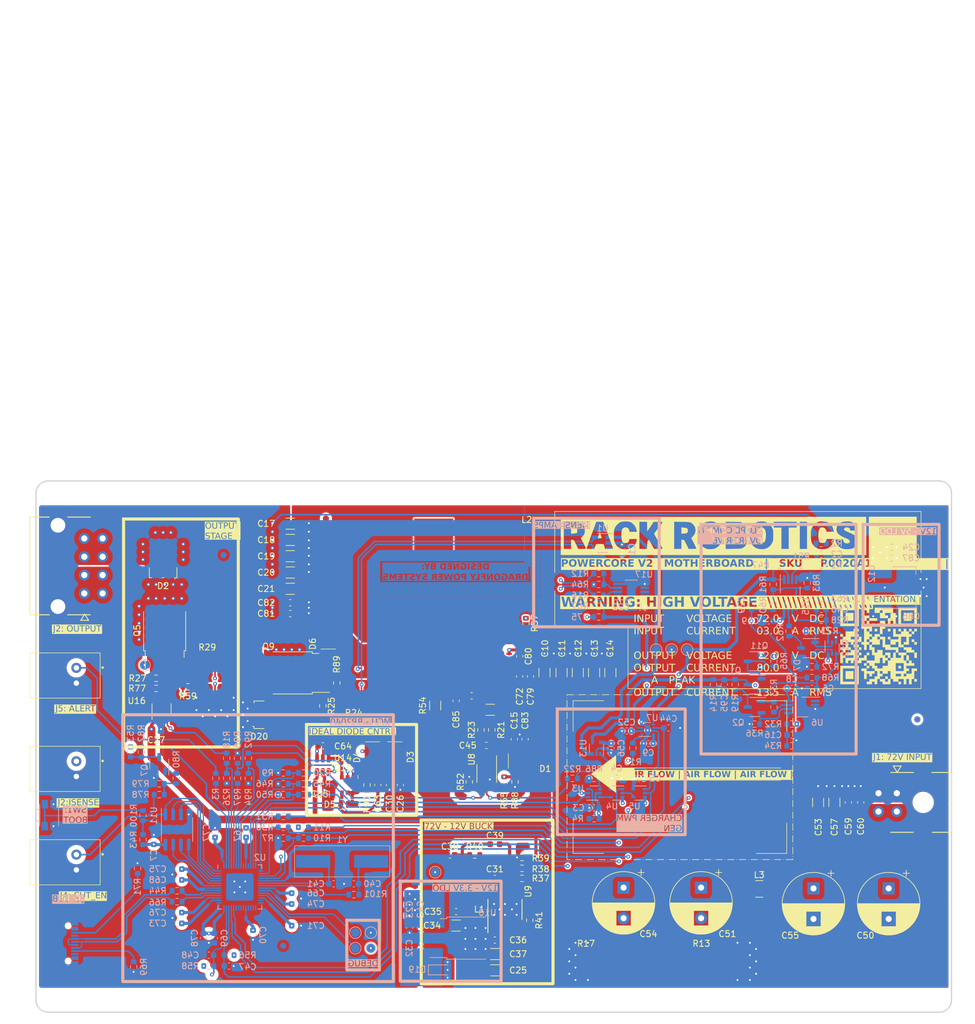
<source format=kicad_pcb>
(kicad_pcb (version 20221018) (generator pcbnew)

  (general
    (thickness 1.64)
  )

  (paper "A3")
  (title_block
    (title "PC-02 EDM PULSE GENERATOR")
    (company "DRAGONFLY POWER SYSTEMS")
  )

  (layers
    (0 "F.Cu" signal)
    (1 "In1.Cu" power)
    (2 "In2.Cu" signal)
    (3 "In3.Cu" signal)
    (4 "In4.Cu" power)
    (31 "B.Cu" signal)
    (32 "B.Adhes" user "B.Adhesive")
    (33 "F.Adhes" user "F.Adhesive")
    (34 "B.Paste" user)
    (35 "F.Paste" user)
    (36 "B.SilkS" user "B.Silkscreen")
    (37 "F.SilkS" user "F.Silkscreen")
    (38 "B.Mask" user)
    (39 "F.Mask" user)
    (40 "Dwgs.User" user "User.Drawings")
    (41 "Cmts.User" user "User.Comments")
    (42 "Eco1.User" user "User.Eco1")
    (43 "Eco2.User" user "User.Eco2")
    (44 "Edge.Cuts" user)
    (45 "Margin" user)
    (46 "B.CrtYd" user "B.Courtyard")
    (47 "F.CrtYd" user "F.Courtyard")
    (48 "B.Fab" user)
    (49 "F.Fab" user)
    (50 "User.1" user)
    (51 "User.2" user)
    (52 "User.3" user)
    (53 "User.4" user)
    (54 "User.5" user)
    (55 "User.6" user)
    (56 "User.7" user)
    (57 "User.8" user)
    (58 "User.9" user)
  )

  (setup
    (stackup
      (layer "F.SilkS" (type "Top Silk Screen") (color "White"))
      (layer "F.Paste" (type "Top Solder Paste"))
      (layer "F.Mask" (type "Top Solder Mask") (color "#000000CC") (thickness 0.01))
      (layer "F.Cu" (type "copper") (thickness 0.07))
      (layer "dielectric 1" (type "prepreg") (thickness 0.18) (material "FR4") (epsilon_r 4.29) (loss_tangent 0.02))
      (layer "In1.Cu" (type "copper") (thickness 0.035))
      (layer "dielectric 2" (type "core") (thickness 0.4) (material "FR4") (epsilon_r 4.29) (loss_tangent 0.02))
      (layer "In2.Cu" (type "copper") (thickness 0.035))
      (layer "dielectric 3" (type "prepreg") (thickness 0.18) (material "FR4") (epsilon_r 4.29) (loss_tangent 0.02))
      (layer "In3.Cu" (type "copper") (thickness 0.035))
      (layer "dielectric 4" (type "core") (thickness 0.4) (material "FR4") (epsilon_r 4.29) (loss_tangent 0.02))
      (layer "In4.Cu" (type "copper") (thickness 0.035))
      (layer "dielectric 5" (type "prepreg") (thickness 0.18) (material "FR4") (epsilon_r 4.29) (loss_tangent 0.02))
      (layer "B.Cu" (type "copper") (thickness 0.07))
      (layer "B.Mask" (type "Bottom Solder Mask") (color "#000000CC") (thickness 0.01))
      (layer "B.Paste" (type "Bottom Solder Paste"))
      (layer "B.SilkS" (type "Bottom Silk Screen") (color "White"))
      (copper_finish "ENIG")
      (dielectric_constraints no)
    )
    (pad_to_mask_clearance 0.0508)
    (solder_mask_min_width 0.0762)
    (aux_axis_origin 126.999998 193.999998)
    (pcbplotparams
      (layerselection 0x00010fc_ffffffff)
      (plot_on_all_layers_selection 0x0000000_00000000)
      (disableapertmacros false)
      (usegerberextensions true)
      (usegerberattributes false)
      (usegerberadvancedattributes false)
      (creategerberjobfile false)
      (dashed_line_dash_ratio 12.000000)
      (dashed_line_gap_ratio 3.000000)
      (svgprecision 4)
      (plotframeref false)
      (viasonmask false)
      (mode 1)
      (useauxorigin true)
      (hpglpennumber 1)
      (hpglpenspeed 20)
      (hpglpendiameter 15.000000)
      (dxfpolygonmode true)
      (dxfimperialunits true)
      (dxfusepcbnewfont true)
      (psnegative false)
      (psa4output false)
      (plotreference true)
      (plotvalue false)
      (plotinvisibletext false)
      (sketchpadsonfab false)
      (subtractmaskfromsilk true)
      (outputformat 1)
      (mirror false)
      (drillshape 0)
      (scaleselection 1)
      (outputdirectory "Gerbers/")
    )
  )

  (net 0 "")
  (net 1 "+3V3")
  (net 2 "GND")
  (net 3 "/CONTROLS/V_SENSE_FILTERED")
  (net 4 "/CONTROLS/V_SLOPE")
  (net 5 "VBUS")
  (net 6 "+12V")
  (net 7 "/CHARGER_POWER_STAGE/CHARGER_TEMP")
  (net 8 "/CONTROLS/CURRENT_TRIP")
  (net 9 "Net-(R49-Pad2)")
  (net 10 "/CONTROLS/OUTPUT_ISENSE_MICRO")
  (net 11 "Net-(Q10A-G)")
  (net 12 "Net-(U4-Pad2)")
  (net 13 "Net-(U8-IN)")
  (net 14 "+1V1")
  (net 15 "/MICRO/OUTPUT_STAGE_TEMP")
  (net 16 "/CHARGER_POWER_STAGE/VCAP")
  (net 17 "Net-(D7-A{slash}K)")
  (net 18 "/CONTROLS/CC_I_LIMIT")
  (net 19 "Net-(U9-BST)")
  (net 20 "Net-(U9-SW)")
  (net 21 "Net-(C38-Pad1)")
  (net 22 "Net-(U9-FB)")
  (net 23 "Net-(C40-Pad1)")
  (net 24 "/MICRO/XIN")
  (net 25 "/CONTROLS/V_CAP_SET")
  (net 26 "/CHARGER_POWER_STAGE/VSW")
  (net 27 "/CONTROLS/SLOPE_GENERATION/I_LIMIT_ADJUSTED")
  (net 28 "+5V")
  (net 29 "VDC")
  (net 30 "Net-(U7A--)")
  (net 31 "Net-(D3-K)")
  (net 32 "Net-(D5-A)")
  (net 33 "/CHARGER_POWER_STAGE/VHB_DIODE")
  (net 34 "/CHARGER_POWER_STAGE/VS_DIODE")
  (net 35 "Net-(Q3-G)")
  (net 36 "Net-(C84-Pad1)")
  (net 37 "Net-(C85-Pad2)")
  (net 38 "Net-(D1-K)")
  (net 39 "/CONNECTORS/ELECTRODE_-")
  (net 40 "Net-(D5-K)")
  (net 41 "/CONNECTORS/OUTPUT_ISENSE")
  (net 42 "/CONNECTORS/CUT_EN")
  (net 43 "/CONNECTORS/SHORT_ALERT")
  (net 44 "unconnected-(J6-VBUS-PadA4)")
  (net 45 "/CONNECTORS/USB_D_N")
  (net 46 "/CONNECTORS/USB_D_P")
  (net 47 "Net-(J6-CC1)")
  (net 48 "Net-(L2-Pad1)")
  (net 49 "/CONTROLS/OUTPUT_SHUNT_+")
  (net 50 "unconnected-(J6-SBU1-PadA8)")
  (net 51 "/CHARGER_POWER_STAGE/V_SHUNT_+")
  (net 52 "/CHARGER_POWER_STAGE/V_SHUNT_-")
  (net 53 "Net-(Q1-G)")
  (net 54 "Net-(Q2-G)")
  (net 55 "Net-(Q2-S)")
  (net 56 "Net-(Q2-D)")
  (net 57 "Net-(U16-IN)")
  (net 58 "Net-(U16-HO)")
  (net 59 "Net-(Q5-G)")
  (net 60 "Net-(Q7-G)")
  (net 61 "Net-(Q7-D)")
  (net 62 "/CHARGER_POWER_STAGE/VGH")
  (net 63 "Net-(Q9-G)")
  (net 64 "Net-(Q11-G)")
  (net 65 "Net-(U13-+)")
  (net 66 "Net-(U3-D)")
  (net 67 "Net-(U3-~{CLR})")
  (net 68 "/CONTROLS/CC_SLOPE_BLANKING")
  (net 69 "Net-(U6B-+)")
  (net 70 "/CHARGER_POWER_STAGE/CC_CHARGER_EN")
  (net 71 "/CONTROLS/SPARK_THRESHOLD_PWM")
  (net 72 "/MICRO/P_USB_P")
  (net 73 "/CONTROLS/OUTPUT_CURRENT_TRIP")
  (net 74 "Net-(R15-Pad2)")
  (net 75 "/MICRO/P_USB_N")
  (net 76 "Net-(J6-CC2)")
  (net 77 "Net-(U8-EN)")
  (net 78 "Net-(U8-HO)")
  (net 79 "/CHARGER_POWER_STAGE/CC_CHARGER_HI")
  (net 80 "/CHARGER_POWER_STAGE/VG_DIODE")
  (net 81 "/MICRO/OUTPUT_EN")
  (net 82 "/CONTROLS/CC_I_LIMIT_PWM")
  (net 83 "/CONTROLS/V_CAP_SET_PWM")
  (net 84 "Net-(R33-Pad1)")
  (net 85 "Net-(R38-Pad2)")
  (net 86 "Net-(U9-RT)")
  (net 87 "/MICRO/QSPI_SS")
  (net 88 "/CONTROLS/CC_CLK")
  (net 89 "Net-(U3-C)")
  (net 90 "Net-(U15A--)")
  (net 91 "unconnected-(J6-SBU2-PadB8)")
  (net 92 "/CONTROLS/VSENSE_TRIP")
  (net 93 "unconnected-(U6-Pad1)")
  (net 94 "/CONTROLS/CC_PWM_nEN")
  (net 95 "Net-(U15A-+)")
  (net 96 "Net-(U8-RDT)")
  (net 97 "Net-(U8-LO)")
  (net 98 "Net-(U15B-+)")
  (net 99 "Net-(U15B--)")
  (net 100 "Net-(R78-Pad2)")
  (net 101 "/MICRO/CUT_nEN")
  (net 102 "/CHARGER_POWER_STAGE/DIODE_ON")
  (net 103 "Net-(U14-IN)")
  (net 104 "/CHARGER_POWER_STAGE/GATE_BIAS_CLK")
  (net 105 "Net-(R100-Pad2)")
  (net 106 "/MICRO/XOUT")
  (net 107 "/CONNECTORS/SWCLK")
  (net 108 "/CONNECTORS/SWDIO")
  (net 109 "unconnected-(U2-GPIO23-Pad35)")
  (net 110 "unconnected-(U2-GPIO24-Pad36)")
  (net 111 "unconnected-(U2-GPIO16-Pad27)")
  (net 112 "unconnected-(U2-GPIO17-Pad28)")
  (net 113 "unconnected-(U2-GPIO18-Pad29)")
  (net 114 "unconnected-(U2-GPIO19-Pad30)")
  (net 115 "unconnected-(U2-GPIO20-Pad31)")
  (net 116 "unconnected-(U2-GPIO21-Pad32)")
  (net 117 "unconnected-(U2-GPIO22-Pad34)")
  (net 118 "unconnected-(U2-GPIO25-Pad37)")
  (net 119 "Net-(U11-~{RST}(IO3))")
  (net 120 "Net-(U11-CLK)")
  (net 121 "Net-(U11-DI(IO0))")
  (net 122 "Net-(U11-~{WP}(IO2))")
  (net 123 "Net-(U11-DO(IO1))")
  (net 124 "unconnected-(U8-NC-Pad5)")
  (net 125 "unconnected-(U9-PGOOD-Pad6)")
  (net 126 "Net-(U17A-+)")
  (net 127 "Net-(U17A--)")
  (net 128 "/CONTROLS/VSENSE_BUFFERED")
  (net 129 "Net-(C51-Pad2)")
  (net 130 "Net-(R62-Pad1)")
  (net 131 "Net-(D7-A)")
  (net 132 "Net-(D7-K)")
  (net 133 "unconnected-(U17-Pad7)")
  (net 134 "Net-(J5-Pad1)")
  (net 135 "Net-(Q5-S)")
  (net 136 "/CONTROLS/OUTPUT_SHUNT_-")
  (net 137 "Net-(D19-K)")
  (net 138 "unconnected-(U2-GPIO7-Pad9)")
  (net 139 "unconnected-(U2-GPIO8-Pad11)")

  (footprint "NET_TIES:NET_TIE_SMD_10mil" (layer "F.Cu") (at 180.339998 137.269 90))

  (footprint "SMD_INDUCTORS:PQ2617BHA" (layer "F.Cu") (at 192.150998 123.514998))

  (footprint "CONNECTORS:0430450822" (layer "F.Cu") (at 130.599998 120.914999 -90))

  (footprint "SMD_INDUCTORS:VLS6045EX" (layer "F.Cu") (at 196.849998 172.823998 180))

  (footprint "Capacitor_SMD:C_0603_1608Metric" (layer "F.Cu") (at 183.015998 156.788998 -90))

  (footprint "Capacitor_SMD:C_0603_1608Metric" (layer "F.Cu") (at 194.817998 168.251998 180))

  (footprint (layer "F.Cu") (at 174.498 113.157))

  (footprint "CONNECTORS:S2B-XH-A-1" (layer "F.Cu") (at 133.61432 154.149998 90))

  (footprint "Capacitor_SMD:C_0603_1608Metric" (layer "F.Cu") (at 200.786998 150.311998 180))

  (footprint "Capacitor_SMD:C_0603_1608Metric" (layer "F.Cu") (at 262.128 159.639 90))

  (footprint "Capacitor_SMD:C_0603_1608Metric" (layer "F.Cu") (at 173.998998 150.375498))

  (footprint "Resistor_SMD:R_1206_3216Metric" (layer "F.Cu") (at 201.421998 144.469998 180))

  (footprint "Capacitor_SMD:C_1206_3216Metric" (layer "F.Cu") (at 221.106998 138.373998 90))

  (footprint "DFN_QFN:INFINEON_TSDSON-8-25" (layer "F.Cu") (at 203.072998 140.151998 -90))

  (footprint "Capacitor_SMD:C_0603_1608Metric" (layer "F.Cu") (at 146.697998 147.644998))

  (footprint "NET_TIES:NET_TIE_SMD_10mil" (layer "F.Cu") (at 156.336998 137.777 90))

  (footprint "Resistor_SMD:R_0603_1608Metric" (layer "F.Cu") (at 206.629 172.085 180))

  (footprint "Capacitor_SMD:C_0603_1608Metric" (layer "F.Cu") (at 173.490998 156.725498))

  (footprint "Resistor_SMD:R_0603_1608Metric" (layer "F.Cu") (at 199.897998 147.771998 -90))

  (footprint "Resistor_SMD:R_0603_1608Metric" (layer "F.Cu") (at 176.276 140.081 90))

  (footprint "Capacitor_SMD:C_1206_3216Metric" (layer "F.Cu") (at 255.143 159.639 90))

  (footprint "Resistor_SMD:R_0603_1608Metric" (layer "F.Cu") (at 203.707998 156.280998 90))

  (footprint "MountingHole:MountingHole_2.1mm" (layer "F.Cu") (at 202 191.897))

  (footprint "Package_TO_SOT_SMD:TO-277A" (layer "F.Cu") (at 147.827998 119.689998 180))

  (footprint "Resistor_SMD:R_0603_1608Metric" (layer "F.Cu") (at 181.237998 156.788998 -90))

  (footprint "GRAPHICS:PC-02_P-02_artwork_zone_1_and_2_[24.01.06]" (layer "F.Cu")
    (tstamp 37409382-124f-4f38-8e57-82a2de416ef6)
    (at 212 112)
    (attr smd)
    (fp_text reference "REF**" (at 43 -2 unlocked) (layer "F.SilkS") hide
        (effects (font (size 1 1) (thickness 0.1)))
      (tstamp 686e2e7e-f1b3-4265-a260-84f42c589786)
    )
    (fp_text value "PC-02_P-02_artwork_zone_1,2_[24.01.06]" (at 17 -2 unlocked) (layer "F.Fab")
        (effects (font (size 1 1) (thickness 0.15)))
      (tstamp 56b288d1-e2ab-454c-84c1-cb972ee18093)
    )
    (fp_text user "WARNING: HIGH VOLTAGE  \\\\\\\\\\\\\\\\\\\\\\\\\\\\\\\\\\\\\\\\\\" (at 1 14 unlocked) (layer "F.SilkS" knockout)
        (effects (font (face "Bahnschrift") (size 1.6 1.6) (thickness 0.2) bold) (justify left top))
      (tstamp 20919b95-5bb2-420f-aeb8-5a0cb67fc80a)
      (render_cache "WARNING: HIGH VOLTAGE  \\\\\\\\\\\\\\\\\\\\\\\\\\\\\\\\\\\\\\\\\\" 0
        (polygon
          (pts
            (xy 213.545931 127.256496)            (xy 213.871849 126.009881)            (xy 214.025038 126.009881)            (xy 214.350956 127.256496)
            (xy 214.631933 126.009881)            (xy 214.86367 126.009881)            (xy 214.475617 127.6)            (xy 214.247787 127.6)
            (xy 213.954696 126.488597)            (xy 213.648709 127.6)            (xy 213.42127 127.6)            (xy 213.032826 126.009881)
            (xy 213.264563 126.009881)
          )
        )
        (polygon
          (pts
            (xy 214.841395 127.6)            (xy 215.427578 126.009881)            (xy 215.617892 126.009881)            (xy 216.204075 127.6)
            (xy 215.96374 127.6)            (xy 215.52293 126.317041)            (xy 215.082121 127.6)
          )
        )
        (polygon
          (pts
            (xy 215.11143 127.251025)            (xy 215.11143 127.038827)            (xy 215.948108 127.038827)            (xy 215.948108 127.251025)
          )
        )
        (polygon
          (pts
            (xy 216.540935 126.927452)            (xy 216.540935 126.715254)            (xy 217.083349 126.715254)            (xy 217.101257 126.71466)
            (xy 217.118493 126.712877)            (xy 217.135055 126.709906)            (xy 217.150943 126.705747)            (xy 217.166159 126.700399)
            (xy 217.180701 126.693863)            (xy 217.19457 126.686139)            (xy 217.207766 126.677226)            (xy 217.220289 126.667124)
            (xy 217.232139 126.655835)            (xy 217.239665 126.647648)            (xy 217.25021 126.634514)            (xy 217.259718 126.62061)
            (xy 217.268189 126.605937)            (xy 217.275623 126.590495)            (xy 217.28202 126.574283)            (xy 217.287379 126.557302)
            (xy 217.291701 126.539552)            (xy 217.294986 126.521032)            (xy 217.297233 126.501743)            (xy 217.298443 126.481685)
            (xy 217.298674 126.467885)            (xy 217.298155 126.447387)            (xy 217.296599 126.427658)            (xy 217.294006 126.408699)
            (xy 217.290375 126.390509)            (xy 217.285708 126.373088)            (xy 217.280003 126.356437)            (xy 217.273261 126.340555)
            (xy 217.265481 126.325443)            (xy 217.256664 126.311099)            (xy 217.24681 126.297526)            (xy 217.239665 126.288904)
            (xy 217.228264 126.276752)            (xy 217.21619 126.265795)            (xy 217.203443 126.256034)            (xy 217.190022 126.247468)
            (xy 217.175929 126.240097)            (xy 217.161162 126.233922)            (xy 217.145722 126.228942)            (xy 217.129609 126.225157)
            (xy 217.112822 126.222567)            (xy 217.095363 126.221172)            (xy 217.083349 126.220907)            (xy 216.540935 126.220907)
            (xy 216.540935 126.008709)            (xy 217.074752 126.008709)            (xy 217.091957 126.008933)            (xy 217.108891 126.009606)
            (xy 217.125553 126.010728)            (xy 217.141943 126.012299)            (xy 217.158061 126.014318)            (xy 217.173908 126.016787)
            (xy 217.189483 126.019704)            (xy 217.204787 126.02307)            (xy 217.227232 126.02896)            (xy 217.249066 126.035861)
            (xy 217.270289 126.043771)            (xy 217.290901 126.052691)            (xy 217.310901 126.06262)            (xy 217.317431 126.066154)
            (xy 217.336513 126.077324)            (xy 217.354778 126.08929)            (xy 217.372225 126.102054)            (xy 217.388854 126.115614)
            (xy 217.404666 126.12997)            (xy 217.419661 126.145124)            (xy 217.433838 126.161075)            (xy 217.447198 126.177822)
            (xy 217.45974 126.195367)            (xy 217.471465 126.213708)            (xy 217.478827 126.226378)            (xy 217.489093 126.245964)
            (xy 217.49835 126.266183)            (xy 217.506596 126.287034)            (xy 217.513833 126.308517)            (xy 217.52006 126.330631)
            (xy 217.525278 126.353378)            (xy 217.528195 126.368893)            (xy 217.530663 126.38469)            (xy 217.532683 126.400767)
            (xy 217.534253 126.417125)            (xy 217.535375 126.433764)            (xy 217.536049 126.450684)            (xy 217.536273 126.467885)
            (xy 217.536046 126.484994)            (xy 217.535363 126.501835)            (xy 217.534226 126.518407)            (xy 217.532634 126.53471)
            (xy 217.530587 126.550744)            (xy 217.528085 126.56651)            (xy 217.525128 126.582008)            (xy 217.51984 126.60475)
            (xy 217.513528 126.626887)            (xy 217.506193 126.64842)            (xy 217.497834 126.669349)            (xy 217.488451 126.689673)
            (xy 217.478046 126.709392)            (xy 217.466799 126.728335)            (xy 217.454749 126.746473)            (xy 217.441896 126.763808)
            (xy 217.428238 126.780339)            (xy 217.413777 126.796066)            (xy 217.398512 126.81099)            (xy 217.382444 126.82511)
            (xy 217.365572 126.838426)            (xy 217.347896 126.850938)            (xy 217.329416 126.862647)            (xy 217.31665 126.870006)
            (xy 217.296993 126.880273)            (xy 217.276712 126.889529)            (xy 217.255805 126.897776)            (xy 217.234273 126.905013)
            (xy 217.212116 126.91124)            (xy 217.189334 126.916457)            (xy 217.173798 126.919374)            (xy 217.157985 126.921842)
            (xy 217.141894 126.923862)            (xy 217.125525 126.925433)            (xy 217.108879 126.926555)            (xy 217.091954 126.927228)
            (xy 217.074752 126.927452)
          )
        )
        (polygon
          (pts
            (xy 216.443628 127.6)            (xy 216.443628 126.008709)            (xy 216.666769 126.008709)            (xy 216.666769 127.6)
          )
        )
        (polygon
          (pts
            (xy 217.338143 127.6)            (xy 216.973928 126.878213)            (xy 217.195896 126.827801)            (xy 217.603098 127.6)
          )
        )
        (polygon
          (pts
            (xy 217.903614 127.598827)            (xy 217.903614 126.009881)            (xy 218.106043 126.009881)            (xy 218.883712 127.238911)
            (xy 218.857138 127.267438)            (xy 218.857138 126.009881)            (xy 219.078325 126.009881)            (xy 219.078325 127.598827)
            (xy 218.873551 127.598827)            (xy 218.098227 126.388164)            (xy 218.12441 126.359637)            (xy 218.12441 127.598827)
          )
        )
        (polygon
          (pts
            (xy 219.694598 126.009881)            (xy 219.694598 127.6)            (xy 219.471458 127.6)            (xy 219.471458 126.009881)
          )
        )
        (polygon
          (pts
            (xy 220.087341 127.598827)            (xy 220.087341 126.009881)            (xy 220.289769 126.009881)            (xy 221.067438 127.238911)
            (xy 221.040865 127.267438)            (xy 221.040865 126.009881)            (xy 221.262051 126.009881)            (xy 221.262051 127.598827)
            (xy 221.057278 127.598827)            (xy 220.281953 126.388164)            (xy 220.308136 126.359637)            (xy 220.308136 127.598827)
          )
        )
        (polygon
          (pts
            (xy 222.190956 126.743782)            (xy 222.742358 126.743782)            (xy 222.742358 127.021242)            (xy 222.742086 127.043486)
            (xy 222.741271 127.065376)            (xy 222.739913 127.086912)            (xy 222.738011 127.108094)            (xy 222.735565 127.128922)
            (xy 222.732576 127.149396)            (xy 222.729044 127.169515)            (xy 222.724968 127.189281)            (xy 222.720349 127.208692)
            (xy 222.715186 127.227749)            (xy 222.70948 127.246452)            (xy 222.70323 127.264801)            (xy 222.696437 127.282795)
            (xy 222.689101 127.300436)            (xy 222.681221 127.317722)            (xy 222.672798 127.334654)            (xy 222.663888 127.351174)
            (xy 222.654547 127.367224)            (xy 222.644776 127.382803)            (xy 222.634574 127.397913)            (xy 222.623942 127.412552)
            (xy 222.612879 127.426721)            (xy 222.601386 127.44042)            (xy 222.589462 127.453649)            (xy 222.577108 127.466408)
            (xy 222.564323 127.478696)            (xy 222.551108 127.490515)            (xy 222.537463 127.501863)            (xy 222.523387 127.512741)
            (xy 222.50888 127.523148)            (xy 222.493943 127.533086)            (xy 222.478576 127.542554)            (xy 222.462822 127.551497)
            (xy 222.446727 127.559864)            (xy 222.430289 127.567654)            (xy 222.41351 127.574867)            (xy 222.396388 127.581503)
            (xy 222.378925 127.587561)            (xy 222.36112 127.593043)            (xy 222.342972 127.597948)            (xy 222.324483 127.602276)
            (xy 222.305652 127.606026)            (xy 222.286479 127.6092)            (xy 222.266964 127.611796)            (xy 222.247107 127.613816)
            (xy 222.226908 127.615259)            (xy 222.206367 127.616124)            (xy 222.185484 127.616413)            (xy 222.164451 127.616142)
            (xy 222.14375 127.615332)            (xy 222.123381 127.613981)            (xy 222.103346 127.61209)            (xy 222.083643 127.609658)
            (xy 222.064273 127.606686)            (xy 222.045236 127.603173)            (xy 222.026531 127.59912)            (xy 222.00816 127.594527)
            (xy 221.990121 127.589393)            (xy 221.972415 127.583719)            (xy 221.955041 127.577505)            (xy 221.938001 127.57075)
            (xy 221.921293 127.563455)            (xy 221.904918 127.555619)            (xy 221.888876 127.547243)            (xy 221.87327 127.538327)
            (xy 221.858107 127.528968)            (xy 221.843387 127.519166)            (xy 221.82911 127.508921)            (xy 221.815275 127.498234)
            (xy 221.801883 127.487104)            (xy 221.788933 127.475532)            (xy 221.776427 127.463517)            (xy 221.764363 127.451059)
            (xy 221.752741 127.438158)            (xy 221.741562 127.424815)            (xy 221.730826 127.411029)            (xy 221.720533 127.3968)
            (xy 221.710683 127.382129)            (xy 221.701275 127.367015)            (xy 221.692309 127.351458)            (xy 221.683839 127.335468)
            (xy 221.675915 127.319151)            (xy 221.668537 127.302507)            (xy 221.661706 127.285537)            (xy 221.655421 127.26824)
            (xy 221.649683 127.250616)            (xy 221.644491 127.232666)            (xy 221.639846 127.214389)            (xy 221.635747 127.195785)
            (xy 221.632195 127.176855)            (xy 221.629189 127.157598)            (xy 221.62673 127.138014)            (xy 221.624817 127.118104)
            (xy 221.623451 127.097867)            (xy 221.622631 127.077303)            (xy 221.622358 127.056413)            (xy 221.622358 126.587076)
            (xy 221.622628 126.564834)            (xy 221.623439 126.542953)            (xy 221.62479 126.521432)            (xy 221.626681 126.500272)
            (xy 221.629113 126.479471)            (xy 221.632085 126.459031)            (xy 221.635598 126.438951)            (xy 221.639651 126.419232)
            (xy 221.644244 126.399873)            (xy 221.649378 126.380874)            (xy 221.655052 126.362235)            (xy 221.661266 126.343956)
            (xy 221.668021 126.326038)            (xy 221.675316 126.30848)            (xy 221.683152 126.291282)            (xy 221.691528 126.274445)
            (xy 221.700438 126.257974)            (xy 221.709779 126.241973)            (xy 221.71955 126.226442)            (xy 221.729752 126.211381)
            (xy 221.740384 126.196791)            (xy 221.751447 126.18267)            (xy 221.76294 126.16902)            (xy 221.774863 126.15584)
            (xy 221.787218 126.143131)            (xy 221.800002 126.130891)            (xy 221.813217 126.119122)            (xy 221.826863 126.107822)
            (xy 221.840939 126.096993)            (xy 221.855445 126.086634)            (xy 221.870382 126.076745)            (xy 221.88575 126.067327)
            (xy 221.901503 126.058383)            (xy 221.917599 126.050016)            (xy 221.934036 126.042226)            (xy 221.950816 126.035013)
            (xy 221.967937 126.028378)            (xy 221.985401 126.022319)            (xy 222.003206 126.016837)            (xy 222.021353 126.011933)
            (xy 222.039842 126.007605)            (xy 222.058674 126.003854)            (xy 222.077847 126.000681)            (xy 222.097362 125.998084)
            (xy 222.117219 125.996064)            (xy 222.137418 125.994622)            (xy 222.157958 125.993756)            (xy 222.178841 125.993468)
            (xy 222.196133 125.993698)            (xy 222.21323 125.99439)            (xy 222.230132 125.995542)            (xy 222.246838 125.997156)
            (xy 222.263349 125.99923)            (xy 222.279665 126.001766)            (xy 222.295785 126.004762)            (xy 222.311709 126.00822)
            (xy 222.327438 126.012139)            (xy 222.342972 126.016518)            (xy 222.358311 126.021359)            (xy 222.373454 126.02666)
            (xy 222.388401 126.032423)            (xy 222.403154 126.038647)            (xy 222.417711 126.045331)            (xy 222.432072 126.052477)
            (xy 222.44624 126.060038)            (xy 222.460117 126.067968)            (xy 222.473705 126.076268)            (xy 222.487002 126.084937)
            (xy 222.50001 126.093975)            (xy 222.512727 126.103383)            (xy 222.525155 126.11316)            (xy 222.537292 126.123307)
            (xy 222.549139 126.133823)            (xy 222.560696 126.144709)            (xy 222.571964 126.155964)            (xy 222.582941 126.167588)
            (xy 222.593628 126.179582)            (xy 222.604025 126.191946)            (xy 222.614132 126.204678)            (xy 222.623949 126.21778)
            (xy 222.633473 126.23116)            (xy 222.642603 126.244824)            (xy 222.65134 126.258772)            (xy 222.659682 126.273004)
            (xy 222.667631 126.287519)            (xy 222.675185 126.302319)            (xy 222.682346 126.317402)            (xy 222.689113 126.33277)
            (xy 222.695486 126.348421)            (xy 222.701466 126.364357)            (xy 222.707051 126.380576)            (xy 222.712243 126.397079)
            (xy 222.717041 126.413866)            (xy 222.721445 126.430937)            (xy 222.725455 126.448292)            (xy 222.729071 126.465931)
            (xy 222.487564 126.465931)            (xy 222.483479 126.450674)            (xy 222.476504 126.42864)            (xy 222.468513 126.40763)
            (xy 222.459505 126.387644)            (xy 222.44948 126.368681)            (xy 222.438439 126.350742)            (xy 222.426381 126.333826)
            (xy 222.413307 126.317934)            (xy 222.399215 126.303065)            (xy 222.384107 126.28922)            (xy 222.367983 126.276399)
            (xy 222.351313 126.264666)            (xy 222.334424 126.254087)            (xy 222.317315 126.244662)            (xy 222.299986 126.236392)
            (xy 222.282437 126.229275)            (xy 222.264668 126.223312)            (xy 222.24668 126.218504)            (xy 222.228471 126.214849)
            (xy 222.210043 126.212349)            (xy 222.191395 126.211003)            (xy 222.178841 126.210746)            (xy 222.160508 126.211151)
            (xy 222.142632 126.212364)            (xy 222.125215 126.214387)            (xy 222.108255 126.217219)            (xy 222.091753 126.220859)
            (xy 222.07571 126.225309)            (xy 222.060124 126.230568)            (xy 222.044996 126.236636)            (xy 222.030326 126.243513)
            (xy 222.016114 126.251199)            (xy 222.00236 126.259694)            (xy 221.989064 126.268998)            (xy 221.976226 126.279111)
            (xy 221.963846 126.290034)            (xy 221.951924 126.301765)            (xy 221.94046 126.314305)            (xy 221.929623 126.327461)
            (xy 221.919486 126.341135)            (xy 221.910047 126.355329)            (xy 221.901308 126.370041)            (xy 221.893268 126.385273)
            (xy 221.885927 126.401024)            (xy 221.879285 126.417293)            (xy 221.873342 126.434082)            (xy 221.868099 126.45139)
            (xy 221.863554 126.469216)            (xy 221.859709 126.487562)            (xy 221.856563 126.506427)            (xy 221.854116 126.52581)
            (xy 221.852368 126.545713)            (xy 221.851319 126.566135)            (xy 221.850969 126.587076)            (xy 221.850969 127.056413)
            (xy 221.851328 127.075566)            (xy 221.852404 127.09424)            (xy 221.854198 127.112434)            (xy 221.856709 127.13015)
            (xy 221.859938 127.147385)            (xy 221.863884 127.164142)            (xy 221.868547 127.180419)            (xy 221.873928 127.196217)
            (xy 221.880027 127.211536)            (xy 221.886843 127.226375)            (xy 221.894376 127.240735)            (xy 221.902627 127.254616)
            (xy 221.911595 127.268017)            (xy 221.921281 127.280939)            (xy 221.931684 127.293382)            (xy 221.942805 127.305345)
            (xy 221.954515 127.316655)            (xy 221.966686 127.327235)            (xy 221.979318 127.337086)            (xy 221.992411 127.346207)
            (xy 222.005964 127.354598)            (xy 222.019979 127.36226)            (xy 222.034455 127.369192)            (xy 222.049392 127.375394)
            (xy 222.06479 127.380866)            (xy 222.080649 127.385609)            (xy 222.096969 127.389622)            (xy 222.11375 127.392906)
            (xy 222.130992 127.39546)            (xy 222.148695 127.397284)            (xy 222.166859 127.398379)            (xy 222.185484 127.398743)
            (xy 222.203864 127.398359)            (xy 222.221779 127.397205)            (xy 222.23923 127.395281)            (xy 222.256217 127.392588)
            (xy 222.27274 127.389126)            (xy 222.288799 127.384895)            (xy 222.304394 127.379894)            (xy 222.319525 127.374124)
            (xy 222.334192 127.367584)            (xy 222.348394 127.360275)            (xy 222.362133 127.352197)            (xy 222.375408 127.343349)
            (xy 222.388218 127.333732)            (xy 222.400565 127.323346)            (xy 222.412447 127.31219)            (xy 222.423866 127.300265)
            (xy 222.43475 127.287653)            (xy 222.444931 127.274436)            (xy 222.454411 127.260615)            (xy 222.463189 127.246189)
            (xy 222.471264 127.231159)            (xy 222.478637 127.215525)            (xy 222.485308 127.199286)            (xy 222.491277 127.182442)
            (xy 222.496543 127.164994)            (xy 222.501107 127.146941)            (xy 222.504969 127.128284)            (xy 222.508129 127.109023)
            (xy 222.510587 127.089156)            (xy 222.512342 127.068686)            (xy 222.513396 127.047611)            (xy 222.513747 127.025931)
            (xy 222.513747 126.956762)            (xy 222.190956 126.956762)
          )
        )
        (polygon
          (pts
            (xy 222.976831 127.6)            (xy 222.976831 127.365917)            (xy 223.210914 127.365917)            (xy 223.210914 127.6)
          )
        )
        (polygon
          (pts
            (xy 222.976831 126.699623)            (xy 222.976831 126.46554)            (xy 223.210914 126.46554)            (xy 223.210914 126.699623)
          )
        )
        (polygon
          (pts
            (xy 225.047229 127.6)            (xy 225.047229 126.009881)            (xy 225.270369 126.009881)            (xy 225.270369 127.6)
          )
        )
        (polygon
          (pts
            (xy 224.143726 127.6)            (xy 224.143726 126.009881)            (xy 224.366866 126.009881)            (xy 224.366866 127.6)
          )
        )
        (polygon
          (pts
            (xy 224.282456 126.923154)            (xy 224.282456 126.710956)            (xy 225.165247 126.710956)            (xy 225.165247 126.923154)
          )
        )
        (polygon
          (pts
            (xy 225.886252 126.009881)            (xy 225.886252 127.6)            (xy 225.663112 127.6)            (xy 225.663112 126.009881)
          )
        )
        (polygon
          (pts
            (xy 226.814766 126.743782)            (xy 227.366168 126.743782)            (xy 227.366168 127.021242)            (xy 227.365897 127.043486)
            (xy 227.365081 127.065376)            (xy 227.363723 127.086912)            (xy 227.361821 127.108094)            (xy 227.359375 127.128922)
            (xy 227.356386 127.149396)            (xy 227.352854 127.169515)            (xy 227.348778 127.189281)            (xy 227.344159 127.208692)
            (xy 227.338996 127.227749)            (xy 227.33329 127.246452)            (xy 227.327041 127.264801)            (xy 227.320248 127.282795)
            (xy 227.312911 127.300436)            (xy 227.305031 127.317722)            (xy 227.296608 127.334654)            (xy 227.287698 127.351174)
            (xy 227.278357 127.367224)            (xy 227.268586 127.382803)            (xy 227.258384 127.397913)            (xy 227.247752 127.412552)
            (xy 227.236689 127.426721)            (xy 227.225196 127.44042)            (xy 227.213272 127.453649)            (xy 227.200918 127.466408)
            (xy 227.188134 127.478696)            (xy 227.174919 127.490515)            (xy 227.161273 127.501863)            (xy 227.147197 127.512741)
            (xy 227.132691 127.523148)            (xy 227.117754 127.533086)            (xy 227.102386 127.542554)            (xy 227.086632 127.551497)
            (xy 227.070537 127.559864)            (xy 227.054099 127.567654)            (xy 227.03732 127.574867)            (xy 227.020198 127.581503)
            (xy 227.002735 127.587561)            (xy 226.98493 127.593043)            (xy 226.966782 127.597948)            (xy 226.948293 127.602276)
            (xy 226.929462 127.606026)            (xy 226.910289 127.6092)            (xy 226.890774 127.611796)            (xy 226.870917 127.613816)
            (xy 226.850718 127.615259)            (xy 226.830177 127.616124)            (xy 226.809295 127.616413)            (xy 226.788261 127.616142)
            (xy 226.76756 127.615332)            (xy 226.747191 127.613981)            (xy 226.727156 127.61209)            (xy 226.707453 127.609658)
            (xy 226.688083 127.606686)            (xy 226.669046 127.603173)            (xy 226.650341 127.59912)            (xy 226.63197 127.594527)
            (xy 226.613931 127.589393)            (xy 226.596225 127.583719)            (xy 226.578852 127.577505)            (xy 226.561811 127.57075)
            (xy 226.545103 127.563455)            (xy 226.528728 127.555619)            (xy 226.512686 127.547243)            (xy 226.497081 127.538327)
            (xy 226.481918 127.528968)            (xy 226.467197 127.519166)            (xy 226.45292 127.508921)            (xy 226.439085 127.498234)
            (xy 226.425693 127.487104)            (xy 226.412744 127.475532)            (xy 226.400237 127.463517)            (xy 226.388173 127.451059)
            (xy 226.376551 127.438158)            (xy 226.365373 127.424815)            (xy 226.354637 127.411029)            (xy 226.344343 127.3968)
            (xy 226.334493 127.382129)            (xy 226.325085 127.367015)            (xy 226.31612 127.351458)            (xy 226.307649 127.335468)
            (xy 226.299725 127.319151)            (xy 226.292347 127.302507)            (xy 226.285516 127.285537)            (xy 226.279231 127.26824)
            (xy 226.273493 127.250616)            (xy 226.268301 127.232666)            (xy 226.263656 127.214389)            (xy 226.259557 127.195785)
            (xy 226.256005 127.176855)            (xy 226.253 127.157598)            (xy 226.25054 127.138014)            (xy 226.248628 127.118104)
            (xy 226.247261 127.097867)            (xy 226.246442 127.077303)            (xy 226.246168 127.056413)            (xy 226.246168 126.587076)
            (xy 226.246439 126.564834)            (xy 226.247249 126.542953)            (xy 226.2486 126.521432)            (xy 226.250491 126.500272)
            (xy 226.252923 126.479471)            (xy 226.255895 126.459031)            (xy 226.259408 126.438951)            (xy 226.263461 126.419232)
            (xy 226.268054 126.399873)            (xy 226.273188 126.380874)            (xy 226.278862 126.362235)            (xy 226.285076 126.343956)
            (xy 226.291831 126.326038)            (xy 226.299126 126.30848)            (xy 226.306962 126.291282)            (xy 226.315338 126.274445)
            (xy 226.324248 126.257974)            (xy 226.333589 126.241973)            (xy 226.34336 126.226442)            (xy 226.353562 126.211381)
            (xy 226.364194 126.196791)            (xy 226.375257 126.18267)            (xy 226.38675 126.16902)            (xy 226.398674 126.15584)
            (xy 226.411028 126.143131)            (xy 226.423812 126.130891)            (xy 226.437027 126.119122)            (xy 226.450673 126.107822)
            (xy 226.464749 126.096993)            (xy 226.479255 126.086634)            (xy 226.494192 126.076745)            (xy 226.50956 126.067327)
            (xy 226.525314 126.058383)            (xy 226.541409 126.050016)            (xy 226.557847 126.042226)            (xy 226.574626 126.035013)
            (xy 226.591748 126.028378)            (xy 226.609211 126.022319)            (xy 226.627016 126.016837)            (xy 226.645163 126.011933)
            (xy 226.663653 126.007605)            (xy 226.682484 126.003854)            (xy 226.701657 126.000681)            (xy 226.721172 125.998084)
            (xy 226.741029 125.996064)            (xy 226.761228 125.994622)            (xy 226.781769 125.993756)            (xy 226.802651 125.993468)
            (xy 226.819944 125.993698)            (xy 226.837041 125.99439)            (xy 226.853942 125.995542)            (xy 226.870648 125.997156)
            (xy 226.887159 125.99923)            (xy 226.903475 126.001766)            (xy 226.919595 126.004762)            (xy 226.935519 126.00822)
            (xy 226.951249 126.012139)            (xy 226.966782 126.016518)            (xy 226.982121 126.021359)            (xy 226.997264 126.02666)
            (xy 227.012212 126.032423)            (xy 227.026964 126.038647)            (xy 227.041521 126.045331)            (xy 227.055882 126.052477)
            (xy 227.07005 126.060038)            (xy 227.083927 126.067968)            (xy 227.097515 126.076268)            (xy 227.110812 126.084937)
            (xy 227.12382 126.093975)            (xy 227.136537 126.103383)            (xy 227.148965 126.11316)            (xy 227.161102 126.123307)
            (xy 227.172949 126.133823)            (xy 227.184507 126.144709)            (xy 227.195774 126.155964)            (xy 227.206751 126.167588)
            (xy 227.217438 126.179582)            (xy 227.227835 126.191946)            (xy 227.237942 126.204678)            (xy 227.247759 126.21778)
            (xy 227.257283 126.23116)            (xy 227.266413 126.244824)            (xy 227.27515 126.258772)            (xy 227.283492 126.273004)
            (xy 227.291441 126.287519)            (xy 227.298995 126.302319)            (xy 227.306156 126.317402)            (xy 227.312923 126.33277)
            (xy 227.319297 126.348421)            (xy 227.325276 126.364357)            (xy 227.330862 126.380576)            (xy 227.336053 126.397079)
            (xy 227.340851 126.413866)            (xy 227.345255 126.430937)            (xy 227.349265 126.448292)            (xy 227.352882 126.465931)
            (xy 227.111374 126.465931)            (xy 227.107289 126.450674)            (xy 227.100315 126.42864)            (xy 227.092323 126.40763)
            (xy 227.083315 126.387644)            (xy 227.073291 126.368681)            (xy 227.062249 126.350742)            (xy 227.050191 126.333826)
            (xy 227.037117 126.317934)            (xy 227.023025 126.303065)            (xy 227.007918 126.28922)            (xy 226.991793 126.276399)
            (xy 226.975123 126.264666)            (xy 226.958234 126.254087)            (xy 226.941125 126.244662)            (xy 226.923796 126.236392)
            (xy 226.906247 126.229275)            (xy 226.888478 126.223312)            (xy 226.87049 126.218504)            (xy 226.852281 126.214849)
            (xy 226.833853 126.212349)            (xy 226.815205 126.211003)            (xy 226.802651 126.210746)            (xy 226.784318 126.211151)
            (xy 226.766442 126.212364)            (xy 226.749025 126.214387)            (xy 226.732065 126.217219)            (xy 226.715563 126.220859)
            (xy 226.69952 126.225309)            (xy 226.683934 126.230568)            (xy 226.668806 126.236636)            (xy 226.654136 126.243513)
            (xy 226.639924 126.251199)            (xy 226.626171 126.259694)            (xy 226.612875 126.268998)            (xy 226.600037 126.279111)
            (xy 226.587657 126.290034)            (xy 226.575734 126.301765)            (xy 226.56427 126.314305)            (xy 226.553434 126.327461)
            (xy 226.543296 126.341135)            (xy 226.533857 126.355329)            (xy 226.525118 126.370041)            (xy 226.517078 126.385273)
            (xy 226.509737 126.401024)            (xy 226.503095 126.417293)            (xy 226.497152 126.434082)            (xy 226.491909 126.45139)
            (xy 226.487364 126.469216)            (xy 226.483519 126.487562)            (xy 226.480373 126.506427)            (xy 226.477926 126.52581)
            (xy 226.476178 126.545713)            (xy 226.475129 126.566135)            (xy 226.47478 126.587076)            (xy 226.47478 127.056413)
            (xy 226.475138 127.075566)            (xy 226.476215 127.09424)            (xy 226.478008 127.112434)            (xy 226.480519 127.13015)
            (xy 226.483748 127.147385)            (xy 226.487694 127.164142)            (xy 226.492358 127.180419)            (xy 226.497739 127.196217)
            (xy 226.503837 127.211536)            (xy 226.510653 127.226375)            (xy 226.518186 127.240735)            (xy 226.526437 127.254616)
            (xy 226.535405 127.268017)            (xy 226.545091 127.280939)            (xy 226.555494 127.293382)            (xy 226.566615 127.305345)
            (xy 226.578325 127.316655)            (xy 226.590496 127.327235)            (xy 226.603128 127.337086)            (xy 226.616221 127.346207)
            (xy 226.629775 127.354598)            (xy 226.64379 127.36226)            (xy 226.658266 127.369192)            (xy 226.673203 127.375394)
            (xy 226.688601 127.380866)            (xy 226.70446 127.385609)            (xy 226.72078 127.389622)            (xy 226.737561 127.392906)
            (xy 226.754803 127.39546)            (xy 226.772506 127.397284)            (xy 226.79067 127.398379)            (xy 226.809295 127.398743)
            (xy 226.827674 127.398359)            (xy 226.845589 127.397205)            (xy 226.86304 127.395281)            (xy 226.880027 127.392588)
            (xy 226.89655 127.389126)            (xy 226.912609 127.384895)            (xy 226.928204 127.379894)            (xy 226.943335 127.374124)
            (xy 226.958002 127.367584)            (xy 226.972205 127.360275)            (xy 226.985943 127.352197)            (xy 226.999218 127.343349)
            (xy 227.012028 127.333732)            (xy 227.024375 127.323346)            (xy 227.036257 127.31219)            (xy 227.047676 127.300265)
            (xy 227.05856 127.287653)            (xy 227.068742 127.274436)            (xy 227.078221 127.260615)            (xy 227.086999 127.246189)
            (xy 227.095074 127.231159)            (xy 227.102447 127.215525)            (xy 227.109118 127.199286)            (xy 227.115087 127.182442)
            (xy 227.120353 127.164994)            (xy 227.124918 127.146941)            (xy 227.12878 127.128284)            (xy 227.131939 127.109023)
            (xy 227.134397 127.089156)            (xy 227.136153 127.068686)            (xy 227.137206 127.047611)            (xy 227.137557 127.025931)
            (xy 227.137557 126.956762)            (xy 226.814766 126.956762)
          )
        )
        (polygon
          (pts
            (xy 228.608094 127.6)            (xy 228.608094 126.009881)            (xy 228.831235 126.009881)            (xy 228.831235 127.6)
          )
        )
        (polygon
          (pts
            (xy 227.704591 127.6)            (xy 227.704591 126.009881)            (xy 227.927732 126.009881)            (xy 227.927732 127.6)
          )
        )
        (polygon
          (pts
            (xy 227.843321 126.923154)            (xy 227.843321 126.710956)            (xy 228.726113 126.710956)            (xy 228.726113 126.923154)
          )
        )
        (polygon
          (pts
            (xy 230.178674 127.6)            (xy 229.660097 126.009881)            (xy 229.902777 126.009881)            (xy 230.284577 127.256496)
            (xy 230.666378 126.009881)            (xy 230.909057 126.009881)            (xy 230.390872 127.6)
          )
        )
        (polygon
          (pts
            (xy 231.663846 125.993752)            (xy 231.6844 125.994603)            (xy 231.704622 125.996023)            (xy 231.724511 125.998011)
            (xy 231.744067 126.000566)            (xy 231.763291 126.003689)            (xy 231.782181 126.00738)            (xy 231.800739 126.011639)
            (xy 231.818964 126.016466)            (xy 231.836857 126.021861)            (xy 231.854416 126.027824)            (xy 231.871643 126.034354)
            (xy 231.888537 126.041452)            (xy 231.905098 126.049118)            (xy 231.921326 126.057353)            (xy 231.937222 126.066154)
            (xy 231.95273 126.075471)            (xy 231.967795 126.085248)            (xy 231.982418 126.095486)            (xy 231.996598 126.106186)
            (xy 232.010335 126.117346)            (xy 232.023629 126.128968)            (xy 232.036481 126.14105)            (xy 232.04889 126.153593)
            (xy 232.060856 126.166598)            (xy 232.07238 126.180063)            (xy 232.083461 126.19399)            (xy 232.094099 126.208377)
            (xy 232.104295 126.223225)            (xy 232.114048 126.238535)            (xy 232.123358 126.254305)            (xy 232.132226 126.270537)
            (xy 232.140649 126.287177)            (xy 232.148529 126.304175)            (xy 232.155865 126.32153)            (xy 232.162658 126.339242)
            (xy 232.168908 126.357312)            (xy 232.174614 126.375738)            (xy 232.179777 126.394522)            (xy 232.184396 126.413663)
            (xy 232.188472 126.433161)            (xy 232.192004 126.453017)            (xy 232.194993 126.473229)            (xy 232.197438 126.493799)
            (xy 232.19934 126.514726)            (xy 232.200699 126.53601)            (xy 232.201514 126.557652)            (xy 232.201786 126.579651)
            (xy 232.201786 127.03023)            (xy 232.201514 127.052042)            (xy 232.200699 127.073516)            (xy 232.19934 127.09465)
            (xy 232.197438 127.115446)            (xy 232.194993 127.135903)            (xy 232.192004 127.156021)            (xy 232.188472 127.1758)
            (xy 232.184396 127.19524)            (xy 232.179777 127.214342)            (xy 232.174614 127.233104)            (xy 232.168908 127.251528)
            (xy 232.162658 127.269612)            (xy 232.155865 127.287358)            (xy 232.148529 127.304765)            (xy 232.140649 127.321833)
            (xy 232.132226 127.338562)            (xy 232.123358 127.354888)            (xy 232.114048 127.370747)            (xy 232.104295 127.386139)
            (xy 232.094099 127.401064)            (xy 232.083461 127.415521)            (xy 232.07238 127.429512)            (xy 232.060856 127.443035)
            (xy 232.04889 127.456092)            (xy 232.036481 127.468681)            (xy 232.023629 127.480803)            (xy 232.010335 127.492458)
            (xy 231.996598 127.503646)            (xy 231.982418 127.514366)            (xy 231.967795 127.52462)            (xy 231.95273 127.534407)
            (xy 231.937222 127.543726)            (xy 231.921326 127.552528)            (xy 231.905098 127.560762)            (xy 231.888537 127.568428)
            (xy 231.871643 127.575526)            (xy 231.854416 127.582057)            (xy 231.836857 127.588019)            (xy 231.818964 127.593414)
            (xy 231.800739 127.598241)            (xy 231.782181 127.6025)            (xy 231.763291 127.606191)            (xy 231.744067 127.609314)
            (xy 231.724511 127.61187)            (xy 231.704622 127.613857)            (xy 231.6844 127.615277)            (xy 231.663846 127.616129)
            (xy 231.642958 127.616413)            (xy 231.622071 127.616129)            (xy 231.601516 127.615277)            (xy 231.581295 127.613857)
            (xy 231.561406 127.61187)            (xy 231.541849 127.609314)            (xy 231.522626 127.606191)            (xy 231.503735 127.6025)
            (xy 231.485177 127.598241)            (xy 231.466952 127.593414)            (xy 231.44906 127.588019)            (xy 231.431501 127.582057)
            (xy 231.414274 127.575526)            (xy 231.39738 127.568428)            (xy 231.380819 127.560762)            (xy 231.36459 127.552528)
            (xy 231.348695 127.543726)            (xy 231.333185 127.534407)            (xy 231.318115 127.52462)            (xy 231.303485 127.514366)
            (xy 231.289295 127.503646)            (xy 231.275544 127.492458)            (xy 231.262233 127.480803)            (xy 231.249361 127.468681)
            (xy 231.236929 127.456092)            (xy 231.224937 127.443035)            (xy 231.213384 127.429512)            (xy 231.202271 127.415521)
            (xy 231.191598 127.401064)            (xy 231.181364 127.386139)            (xy 231.17157 127.370747)            (xy 231.162215 127.354888)
            (xy 231.1533 127.338562)            (xy 231.144924 127.321833)            (xy 231.137089 127.304765)            (xy 231.129793 127.287358)
            (xy 231.123039 127.269612)            (xy 231.116824 127.251528)            (xy 231.11115 127.233104)            (xy 231.106016 127.214342)
            (xy 231.101423 127.19524)            (xy 231.09737 127.1758)            (xy 231.093858 127.156021)            (xy 231.090886 127.135903)
            (xy 231.088454 127.115446)            (xy 231.086562 127.09465)            (xy 231.085211 127.073516)            (xy 231.084401 127.052042)
            (xy 231.084223 127.037655)            (xy 231.312742 127.037655)            (xy 231.313096 127.057678)            (xy 231.314159 127.077204)
            (xy 231.315929 127.096232)            (xy 231.318408 127.114762)            (xy 231.321596 127.132795)            (xy 231.325491 127.15033)
            (xy 231.330095 127.167368)            (xy 231.335408 127.183907)            (xy 231.341428 127.19995)            (xy 231.348157 127.215494)
            (xy 231.355594 127.230541)            (xy 231.36374 127.24509)            (xy 231.372594 127.259142)            (xy 231.382156 127.272696)
            (xy 231.392426 127.285752)            (xy 231.403405 127.298311)            (xy 231.414965 127.310189)            (xy 231.42698 127.3213)
            (xy 231.439451 127.331645)            (xy 231.452376 127.341224)            (xy 231.465756 127.350037)            (xy 231.47959 127.358083)
            (xy 231.49388 127.365363)            (xy 231.508625 127.371877)            (xy 231.523824 127.377624)            (xy 231.539479 127.382605)
            (xy 231.555588 127.38682)            (xy 231.572152 127.390268)            (xy 231.589171 127.39295)            (xy 231.606646 127.394866)
            (xy 231.624574 127.396016)            (xy 231.642958 127.396399)            (xy 231.661435 127.396016)            (xy 231.679448 127.394866)
            (xy 231.696997 127.39295)            (xy 231.714082 127.390268)            (xy 231.730703 127.38682)            (xy 231.746859 127.382605)
            (xy 231.762552 127.377624)            (xy 231.77778 127.371877)            (xy 231.792545 127.365363)            (xy 231.806845 127.358083)
            (xy 231.820682 127.350037)            (xy 231.834054 127.341224)            (xy 231.846962 127.331645)            (xy 231.859406 127.3213)
            (xy 231.871386 127.310189)            (xy 231.882903 127.298311)            (xy 231.893834 127.285752)            (xy 231.90406 127.272696)
            (xy 231.913581 127.259142)            (xy 231.922397 127.24509)            (xy 231.930507 127.230541)            (xy 231.937912 127.215494)
            (xy 231.944612 127.19995)            (xy 231.950607 127.183907)            (xy 231.955896 127.167368)            (xy 231.96048 127.15033)
            (xy 231.964359 127.132795)            (xy 231.967533 127.114762)            (xy 231.970001 127.096232)            (xy 231.971764 127.077204)
            (xy 231.972822 127.057678)            (xy 231.973175 127.037655)            (xy 231.973175 126.571835)            (xy 231.972822 126.55172)
            (xy 231.971764 126.532115)            (xy 231.970001 126.51302)            (xy 231.967533 126.494434)            (xy 231.964359 126.476359)
            (xy 231.96048 126.458793)            (xy 231.955896 126.441737)            (xy 231.950607 126.425191)            (xy 231.944612 126.409155)
            (xy 231.937912 126.393629)            (xy 231.930507 126.378613)            (xy 231.922397 126.364106)            (xy 231.913581 126.35011)
            (xy 231.90406 126.336623)            (xy 231.893834 126.323646)            (xy 231.882903 126.311179)            (xy 231.871386 126.299301)
            (xy 231.859406 126.288189)            (xy 231.846962 126.277844)            (xy 231.834054 126.268265)            (xy 231.820682 126.259453)
            (xy 231.806845 126.251407)            (xy 231.792545 126.244127)            (xy 231.77778 126.237613)            (xy 231.762552 126.231866)
            (xy 231.746859 126.226885)            (xy 231.730703 126.22267)            (xy 231.714082 126.219221)            (xy 231.696997 126.216539)
            (xy 231.679448 126.214624)            (xy 231.661435 126.213474)            (xy 231.642958 126.213091)            (xy 231.624574 126.213474)
            (xy 231.606646 126.214624)            (xy 231.589171 126.216539)            (xy 231.572152 126.219221)            (xy 231.555588 126.22267)
            (xy 231.539479 126.226885)            (xy 231.523824 126.231866)            (xy 231.508625 126.237613)            (xy 231.49388 126.244127)
            (xy 231.47959 126.251407)            (xy 231.465756 126.259453)            (xy 231.452376 126.268265)            (xy 231.439451 126.277844)
            (xy 231.42698 126.288189)            (xy 231.414965 126.299301)            (xy 231.403405 126.311179)            (xy 231.392426 126.323646)
            (xy 231.382156 126.336623)            (xy 231.372594 126.35011)            (xy 231.36374 126.364106)            (xy 231.355594 126.378613)
            (xy 231.348157 126.393629)            (xy 231.341428 126.409155)            (xy 231.335408 126.425191)            (xy 231.330095 126.441737)
            (xy 231.325491 126.458793)            (xy 231.321596 126.476359)            (xy 231.318408 126.494434)            (xy 231.315929 126.51302)
            (xy 231.314159 126.532115)            (xy 231.313096 126.55172)            (xy 231.312742 126.571835)            (xy 231.312742 127.037655)
            (xy 231.084223 127.037655)            (xy 231.084131 127.03023)            (xy 231.084131 126.579651)            (xy 231.084401 126.557652)
            (xy 231.085211 126.53601)            (xy 231.086562 126.514726)            (xy 231.088454 126.493799)            (xy 231.090886 126.473229)
            (xy 231.093858 126.453017)            (xy 231.09737 126.433161)            (xy 231.101423 126.413663)            (xy 231.106016 126.394522)
            (xy 231.11115 126.375738)            (xy 231.116824 126.357312)            (xy 231.123039 126.339242)            (xy 231.129793 126.32153)
            (xy 231.137089 126.304175)            (xy 231.144924 126.287177)            (xy 231.1533 126.270537)            (xy 231.162215 126.254305)
            (xy 231.17157 126.238535)            (xy 231.181364 126.223225)            (xy 231.191598 126.208377)            (xy 231.202271 126.19399)
            (xy 231.213384 126.180063)            (xy 231.224937 126.166598)            (xy 231.236929 126.153593)            (xy 231.249361 126.14105)
            (xy 231.262233 126.128968)            (xy 231.275544 126.117346)            (xy 231.289295 126.106186)            (xy 231.303485 126.095486)
            (xy 231.318115 126.085248)            (xy 231.333185 126.075471)            (xy 231.348695 126.066154)            (xy 231.36459 126.057353)
            (xy 231.380819 126.049118)            (xy 231.39738 126.041452)            (xy 231.414274 126.034354)            (xy 231.431501 126.027824)
            (xy 231.44906 126.021861)            (xy 231.466952 126.016466)            (xy 231.485177 126.011639)            (xy 231.503735 126.00738)
            (xy 231.522626 126.003689)            (xy 231.541849 126.000566)            (xy 231.561406 125.998011)            (xy 231.581295 125.996023)
            (xy 231.601516 125.994603)            (xy 231.622071 125.993752)            (xy 231.642958 125.993468)
          )
        )
        (polygon
          (pts
            (xy 232.54099 127.6)            (xy 232.54099 126.009881)            (xy 232.764131 126.009881)            (xy 232.764131 127.6)
          )
        )
        (polygon
          (pts
            (xy 232.652365 127.6)            (xy 232.652365 127.387801)            (xy 233.562512 127.387801)            (xy 233.562512 127.6)
          )
        )
        (polygon
          (pts
            (xy 233.989253 127.6)            (xy 233.989253 126.140013)            (xy 234.212393 126.140013)            (xy 234.212393 127.6)
          )
        )
        (polygon
          (pts
            (xy 233.539846 126.221688)            (xy 233.539846 126.009881)            (xy 234.662191 126.009881)            (xy 234.662191 126.221688)
          )
        )
        (polygon
          (pts
            (xy 234.629364 127.6)            (xy 235.215547 126.009881)            (xy 235.405861 126.009881)            (xy 235.992044 127.6)
            (xy 235.751709 127.6)            (xy 235.3109 126.317041)            (xy 234.87009 127.6)
          )
        )
        (polygon
          (pts
            (xy 234.899399 127.251025)            (xy 234.899399 127.038827)            (xy 235.736078 127.038827)            (xy 235.736078 127.251025)
          )
        )
        (polygon
          (pts
            (xy 236.679832 126.743782)            (xy 237.231235 126.743782)            (xy 237.231235 127.021242)            (xy 237.230963 127.043486)
            (xy 237.230148 127.065376)            (xy 237.228789 127.086912)            (xy 237.226887 127.108094)            (xy 237.224442 127.128922)
            (xy 237.221453 127.149396)            (xy 237.21792 127.169515)            (xy 237.213845 127.189281)            (xy 237.209225 127.208692)
            (xy 237.204063 127.227749)            (xy 237.198357 127.246452)            (xy 237.192107 127.264801)            (xy 237.185314 127.282795)
            (xy 237.177978 127.300436)            (xy 237.170098 127.317722)            (xy 237.161674 127.334654)            (xy 237.152764 127.351174)
            (xy 237.143423 127.367224)            (xy 237.133652 127.382803)            (xy 237.12345 127.397913)            (xy 237.112818 127.412552)
            (xy 237.101755 127.426721)            (xy 237.090262 127.44042)            (xy 237.078339 127.453649)            (xy 237.065985 127.466408)
            (xy 237.0532 127.478696)            (xy 237.039985 127.490515)            (xy 237.026339 127.501863)            (xy 237.012263 127.512741)
            (xy 236.997757 127.523148)            (xy 236.98282 127.533086)            (xy 236.967452 127.542554)            (xy 236.951699 127.551497)
            (xy 236.935603 127.559864)            (xy 236.919166 127.567654)            (xy 236.902386 127.574867)            (xy 236.885265 127.581503)
            (xy 236.867801 127.587561)            (xy 236.849996 127.593043)            (xy 236.831849 127.597948)            (xy 236.81336 127.602276)
            (xy 236.794528 127.606026)            (xy 236.775355 127.6092)            (xy 236.75584 127.611796)            (xy 236.735983 127.613816)
            (xy 236.715785 127.615259)            (xy 236.695244 127.616124)            (xy 236.674361 127.616413)            (xy 236.653327 127.616142)
            (xy 236.632626 127.615332)            (xy 236.612258 127.613981)            (xy 236.592222 127.61209)            (xy 236.572519 127.609658)
            (xy 236.553149 127.606686)            (xy 236.534112 127.603173)            (xy 236.515408 127.59912)            (xy 236.497036 127.594527)
            (xy 236.478997 127.589393)            (xy 236.461291 127.583719)            (xy 236.443918 127.577505)            (xy 236.426877 127.57075)
            (xy 236.41017 127.563455)            (xy 236.393795 127.555619)            (xy 236.377752 127.547243)            (xy 236.362147 127.538327)
            (xy 236.346984 127.528968)            (xy 236.332264 127.519166)            (xy 236.317986 127.508921)            (xy 236.304151 127.498234)
            (xy 236.290759 127.487104)            (xy 236.27781 127.475532)            (xy 236.265303 127.463517)            (xy 236.253239 127.451059)
            (xy 236.241618 127.438158)            (xy 236.230439 127.424815)            (xy 236.219703 127.411029)            (xy 236.20941 127.3968)
            (xy 236.199559 127.382129)            (xy 236.190151 127.367015)            (xy 236.181186 127.351458)            (xy 236.172715 127.335468)
            (xy 236.164791 127.319151)            (xy 236.157413 127.302507)            (xy 236.150582 127.285537)            (xy 236.144298 127.26824)
            (xy 236.138559 127.250616)            (xy 236.133368 127.232666)            (xy 236.128722 127.214389)            (xy 236.124624 127.195785)
            (xy 236.121072 127.176855)            (xy 236.118066 127.157598)            (xy 236.115607 127.138014)            (xy 236.113694 127.118104)
            (xy 236.112328 127.097867)            (xy 236.111508 127.077303)            (xy 236.111235 127.056413)            (xy 236.111235 126.587076)
            (xy 236.111505 126.564834)            (xy 236.112315 126.542953)            (xy 236.113666 126.521432)            (xy 236.115558 126.500272)
            (xy 236.11799 126.479471)            (xy 236.120962 126.459031)            (xy 236.124474 126.438951)            (xy 236.128527 126.419232)
            (xy 236.13312 126.399873)            (xy 236.138254 126.380874)            (xy 236.143928 126.362235)            (xy 236.150143 126.343956)
            (xy 236.156897 126.326038)            (xy 236.164193 126.30848)            (xy 236.172028 126.291282)            (xy 236.180404 126.274445)
            (xy 236.189315 126.257974)            (xy 236.198655 126.241973)            (xy 236.208427 126.226442)            (xy 236.218628 126.211381)
            (xy 236.22926 126.196791)            (xy 236.240323 126.18267)            (xy 236.251816 126.16902)            (xy 236.26374 126.15584)
            (xy 236.276094 126.143131)            (xy 236.288879 126.130891)            (xy 236.302094 126.119122)            (xy 236.315739 126.107822)
            (xy 236.329815 126.096993)            (xy 236.344322 126.086634)            (xy 236.359259 126.076745)            (xy 236.374626 126.067327)
            (xy 236.39038 126.058383)            (xy 236.406475 126.050016)            (xy 236.422913 126.042226)            (xy 236.439692 126.035013)
            (xy 236.456814 126.028378)            (xy 236.474277 126.022319)            (xy 236.492083 126.016837)            (xy 236.51023 126.011933)
            (xy 236.528719 126.007605)            (xy 236.54755 126.003854)            (xy 236.566723 126.000681)            (xy 236.586238 125.998084)
            (xy 236.606095 125.996064)            (xy 236.626294 125.994622)            (xy 236.646835 125.993756)            (xy 236.667718 125.993468)
            (xy 236.68501 125.993698)            (xy 236.702107 125.99439)            (xy 236.719009 125.995542)            (xy 236.735715 125.997156)
            (xy 236.752226 125.99923)            (xy 236.768541 126.001766)            (xy 236.784661 126.004762)            (xy 236.800586 126.00822)
            (xy 236.816315 126.012139)            (xy 236.831849 126.016518)            (xy 236.847187 126.021359)            (xy 236.86233 126.02666)
            (xy 236.877278 126.032423)            (xy 236.89203 126.038647)            (xy 236.906587 126.045331)            (xy 236.920949 126.052477)
            (xy 236.935116 126.060038)            (xy 236.948994 126.067968)            (xy 236.962581 126.076268)            (xy 236.975879 126.084937)
            (xy 236.988886 126.093975)            (xy 237.001604 126.103383)            (xy 237.014031 126.11316)            (xy 237.026168 126.123307)
            (xy 237.038016 126.133823)            (xy 237.049573 126.144709)            (xy 237.06084 126.155964)            (xy 237.071817 126.167588)
            (xy 237.082505 126.179582)            (xy 237.092902 126.191946)            (xy 237.103009 126.204678)            (xy 237.112826 126.21778)
            (xy 237.12235 126.23116)            (xy 237.13148 126.244824)            (xy 237.140216 126.258772)            (xy 237.148558 126.273004)
            (xy 237.156507 126.287519)            (xy 237.164062 126.302319)            (xy 237.171223 126.317402)            (xy 237.17799 126.33277)
            (xy 237.184363 126.348421)            (xy 237.190342 126.364357)            (xy 237.195928 126.380576)            (xy 237.20112 126.397079)
            (xy 237.205917 126.413866)            (xy 237.210321 126.430937)            (xy 237.214332 126.448292)            (xy 237.217948 126.465931)
            (xy 236.976441 126.465931)            (xy 236.972356 126.450674)            (xy 236.965381 126.42864)            (xy 236.95739 126.40763)
            (xy 236.948382 126.387644)            (xy 236.938357 126.368681)            (xy 236.927316 126.350742)            (xy 236.915258 126.333826)
            (xy 236.902183 126.317934)            (xy 236.888092 126.303065)            (xy 236.872984 126.28922)            (xy 236.856859 126.276399)
            (xy 236.84019 126.264666)            (xy 236.8233 126.254087)            (xy 236.806191 126.244662)            (xy 236.788862 126.236392)
            (xy 236.771313 126.229275)            (xy 236.753545 126.223312)            (xy 236.735556 126.218504)            (xy 236.717348 126.214849)
            (xy 236.69892 126.212349)            (xy 236.680272 126.211003)            (xy 236.667718 126.210746)            (xy 236.649384 126.211151)
            (xy 236.631509 126.212364)            (xy 236.614091 126.214387)            (xy 236.597131 126.217219)            (xy 236.58063 126.220859)
            (xy 236.564586 126.225309)            (xy 236.549 126.230568)            (xy 236.533872 126.236636)            (xy 236.519203 126.243513)
            (xy 236.504991 126.251199)            (xy 236.491237 126.259694)            (xy 236.477941 126.268998)            (xy 236.465103 126.279111)
            (xy 236.452723 126.290034)            (xy 236.440801 126.301765)            (xy 236.429337 126.314305)            (xy 236.4185 126.327461)
            (xy 236.408362 126.341135)            (xy 236.398924 126.355329)            (xy 236.390184 126.370041)            (xy 236.382144 126.385273)
            (xy 236.374803 126.401024)            (xy 236.368161 126.417293)            (xy 236.362219 126.434082)            (xy 236.356975 126.45139)
            (xy 236.352431 126.469216)            (xy 236.348585 126.487562)            (xy 236.345439 126.506427)            (xy 236.342992 126.52581)
            (xy 236.341244 126.545713)            (xy 236.340196 126.566135)            (xy 236.339846 126.587076)            (xy 236.339846 127.056413)
            (xy 236.340205 127.075566)            (xy 236.341281 127.09424)            (xy 236.343075 127.112434)            (xy 236.345586 127.13015)
            (xy 236.348814 127.147385)            (xy 236.35276 127.164142)            (xy 236.357424 127.180419)            (xy 236.362805 127.196217)
            (xy 236.368903 127.211536)            (xy 236.375719 127.226375)            (xy 236.383253 127.240735)            (xy 236.391503 127.254616)
            (xy 236.400472 127.268017)            (xy 236.410157 127.280939)            (xy 236.420561 127.293382)            (xy 236.431681 127.305345)
            (xy 236.443391 127.316655)            (xy 236.455562 127.327235)            (xy 236.468194 127.337086)            (xy 236.481287 127.346207)
            (xy 236.494841 127.354598)            (xy 236.508856 127.36226)            (xy 236.523332 127.369192)            (xy 236.538269 127.375394)
            (xy 236.553667 127.380866)            (xy 236.569526 127.385609)            (xy 236.585846 127.389622)            (xy 236.602627 127.392906)
            (xy 236.619869 127.39546)            (xy 236.637572 127.397284)            (xy 236.655736 127.398379)            (xy 236.674361 127.398743)
            (xy 236.69274 127.398359)            (xy 236.710655 127.397205)            (xy 236.728107 127.395281)            (xy 236.745094 127.392588)
            (xy 236.761617 127.389126)            (xy 236.777676 127.384895)            (xy 236.793271 127.379894)            (xy 236.808401 127.374124)
            (xy 236.823068 127.367584)            (xy 236.837271 127.360275)            (xy 236.85101 127.352197)            (xy 236.864284 127.343349)
            (xy 236.877095 127.333732)            (xy 236.889441 127.323346)            (xy 236.901324 127.31219)            (xy 236.912742 127.300265)
            (xy 236.923626 127.287653)            (xy 236.933808 127.274436)            (xy 236.943288 127.260615)            (xy 236.952065 127.246189)
            (xy 236.96014 127.231159)            (xy 236.967513 127.215525)            (xy 236.974184 127.199286)            (xy 236.980153 127.182442)
            (xy 236.98542 127.164994)            (xy 236.989984 127.146941)            (xy 236.993846 127.128284)            (xy 236.997006 127.109023)
            (xy 236.999463 127.089156)            (xy 237.001219 127.068686)            (xy 237.002272 127.047611)            (xy 237.002623 127.025931)
            (xy 237.002623 126.956762)            (xy 236.679832 126.956762)
          )
        )
        (polygon
          (pts
            (xy 237.569658 127.6)            (xy 237.569658 126.009881)            (xy 237.792798 126.009881)            (xy 237.792798 127.6)
          )
        )
        (polygon
          (pts
            (xy 237.677906 127.6)            (xy 237.677906 127.387801)            (xy 238.591179 127.387801)            (xy 238.591179 127.6)
          )
        )
        (polygon
          (pts
            (xy 237.677906 126.91651)            (xy 237.677906 126.704312)            (xy 238.470816 126.704312)            (xy 238.470816 126.91651)
          )
        )
        (polygon
          (pts
            (xy 237.677906 126.221688)            (xy 237.677906 126.009881)            (xy 238.591179 126.009881)            (xy 238.591179 126.221688)
          )
        )
        (polygon
          (pts
            (xy 239.818255 125.821521)            (xy 240.031625 125.821521)            (xy 240.769825 127.901688)            (xy 240.556454 127.901688)
          )
        )
        (polygon
          (pts
            (xy 240.665484 125.821521)            (xy 240.878855 125.821521)            (xy 241.617055 127.901688)            (xy 241.403684 127.901688)
          )
        )
        (polygon
          (pts
            (xy 241.512714 125.821521)            (xy 241.726085 125.821521)            (xy 242.464284 127.901688)            (xy 242.250914 127.901688)
          )
        )
        (polygon
          (pts
            (xy 242.359944 125.821521)            (xy 242.573314 125.821521)            (xy 243.311514 127.901688)            (xy 243.098143 127.901688)
          )
        )
        (polygon
          (pts
            (xy 243.207173 125.821521)            (xy 243.420544 125.821521)            (xy 244.158743 127.901688)            (xy 243.945373 127.901688)
          )
        )
        (polygon
          (pts
            (xy 244.054403 125.821521)            (xy 244.267773 125.821521)            (xy 245.005973 127.901688)            (xy 244.792602 127.901688)
          )
        )
        (polygon
          (pts
            (xy 244.901632 125.821521)            (xy 245.115003 125.821521)            (xy 245.853203 127.901688)            (xy 245.639832 127.901688)
          )
        )
        (polygon
          (pts
            (xy 245.748862 125.821521)            (xy 245.962233 125.821521)            (xy 246.700432 127.901688)            (xy 246.487062 127.901688)
          )
        )
        (polygon
          (pts
            (xy 246.596092 125.821521)            (xy 246.809462 125.821521)            (xy 247.547662 127.901688)            (xy 247.334291 127.901688)
          )
        )
        (polygon
          (pts
            (xy 247.443321 125.821521)            (xy 247.656692 125.821521)            (xy 248.394891 127.901688)            (xy 248.181521 127.901688)
          )
        )
        (polygon
          (pts
            (xy 248.290551 125.821521)            (xy 248.503921 125.821521)            (xy 249.242121 127.901688)            (xy 249.02875 127.901688)
          )
        )
        (polygon
          (pts
            (xy 249.13778 125.821521)            (xy 249.351151 125.821521)            (xy 250.089351 127.901688)            (xy 249.87598 127.901688)
          )
        )
        (polygon
          (pts
            (xy 249.98501 125.821521)            (xy 250.198381 125.821521)            (xy 250.93658 127.901688)            (xy 250.72321 127.901688)
          )
        )
        (polygon
          (pts
            (xy 250.83224 125.821521)            (xy 251.04561 125.821521)            (xy 251.78381 127.901688)            (xy 251.570439 127.901688)
          )
        )
        (polygon
          (pts
            (xy 251.679469 125.821521)            (xy 251.89284 125.821521)            (xy 252.631039 127.901688)            (xy 252.417669 127.901688)
          )
        )
        (polygon
          (pts
            (xy 252.526699 125.821521)            (xy 252.740069 125.821521)            (xy 253.478269 127.901688)            (xy 253.264898 127.901688)
          )
        )
        (polygon
          (pts
            (xy 253.373928 125.821521)            (xy 253.587299 125.821521)            (xy 254.325498 127.901688)            (xy 254.112128 127.901688)
          )
        )
        (polygon
          (pts
            (xy 254.221158 125.821521)            (xy 254.434528 125.821521)            (xy 255.172728 127.901688)            (xy 254.959357 127.901688)
          )
        )
        (polygon
          (pts
            (xy 255.068387 125.821521)            (xy 255.281758 125.821521)            (xy 256.019958 127.901688)            (xy 255.806587 127.901688)
          )
        )
        (polygon
          (pts
            (xy 255.915617 125.821521)            (xy 256.128988 125.821521)            (xy 256.867187 127.901688)            (xy 256.653817 127.901688)
          )
        )
        (polygon
          (pts
            (xy 256.762847 125.821521)            (xy 256.976217 125.821521)            (xy 257.714417 127.901688)            (xy 257.501046 127.901688)
          )
        )
      )
    )
    (fp_text user "| DOCUMENTATION |" (at 53 15 unlocked) (layer "F.SilkS" knockout)
        (effects (font (face "Bahnschrift") (size 1 1) (thickness 0.125)) (justify bottom))
      (tstamp 47e6d96d-9592-48f8-acf2-2953d8993878)
      (render_cache "| DOCUMENTATION |" 0
        (polygon
          (pts
            (xy 258.89051 126.94748)            (xy 258.89051 125.71845)            (xy 259.029973 125.71845)            (xy 259.029973 126.94748)
          )
        )
        (polygon
          (pts
            (xy 259.744871 126.83)            (xy 259.744871 126.697376)            (xy 259.969819 126.697376)            (xy 259.983365 126.697153)
            (xy 259.996525 126.696486)            (xy 260.009301 126.695375)            (xy 260.02169 126.693819)            (xy 260.033694 126.691818)
            (xy 260.045313 126.689373)            (xy 260.056546 126.686483)            (xy 260.067394 126.683148)            (xy 260.077856 126.679369)
            (xy 260.087933 126.675146)            (xy 260.097625 126.670477)            (xy 260.106931 126.665365)            (xy 260.115851 126.659807)
            (xy 260.124387 126.653805)            (xy 260.132536 126.647358)            (xy 260.140301 126.640467)            (xy 260.147635 126.63314)
            (xy 260.154497 126.625446)            (xy 260.160886 126.617386)            (xy 260.166801 126.60896)            (xy 260.172243 126.600167)
            (xy 260.177212 126.591008)            (xy 260.181707 126.581482)            (xy 260.18573 126.571591)            (xy 260.189279 126.561332)
            (xy 260.192355 126.550708)            (xy 260.194958 126.539717)            (xy 260.197087 126.52836)            (xy 260.198743 126.516636)
            (xy 260.199926 126.504546)            (xy 260.200636 126.49209)            (xy 260.200873 126.479267)            (xy 260.200873 126.186664)
            (xy 260.200636 126.173871)            (xy 260.199926 126.161442)            (xy 260.198743 126.149378)            (xy 260.197087 126.137678)
            (xy 260.194958 126.126343)            (xy 260.192355 126.115372)            (xy 260.189279 126.104765)            (xy 260.18573 126.094523)
            (xy 260.181707 126.084646)            (xy 260.177212 126.075133)            (xy 260.172243 126.065984)            (xy 260.166801 126.0572)
            (xy 260.160886 126.04878)            (xy 260.154497 126.040725)            (xy 260.147635 126.033034)            (xy 260.140301 126.025708)
            (xy 260.132536 126.018787)            (xy 260.124387 126.012313)            (xy 260.115851 126.006285)            (xy 260.106931 126.000703)
            (xy 260.097625 125.995569)            (xy 260.087933 125.99088)            (xy 260.077856 125.986638)            (xy 260.067394 125.982843)
            (xy 260.056546 125.979494)            (xy 260.045313 125.976592)            (xy 260.033694 125.974136)            (xy 260.02169 125.972127)
            (xy 260.009301 125.970564)            (xy 259.996525 125.969448)            (xy 259.983365 125.968778)            (xy 259.969819 125.968555)
            (xy 259.744871 125.968555)            (xy 259.744871 125.836175)            (xy 259.965667 125.836175)            (xy 259.976868 125.836266)
            (xy 259.987909 125.83654)            (xy 259.998791 125.836995)            (xy 260.009512 125.837633)            (xy 260.020074 125.838453)
            (xy 260.030476 125.839455)            (xy 260.040718 125.84064)            (xy 260.050801 125.842007)            (xy 260.060723 125.843556)
            (xy 260.070486 125.845287)            (xy 260.080089 125.8472)            (xy 260.098816 125.851574)            (xy 260.116903 125.856676)
            (xy 260.134351 125.862507)            (xy 260.15116 125.869068)            (xy 260.16733 125.876357)            (xy 260.18286 125.884375)
            (xy 260.197751 125.893122)            (xy 260.212003 125.902597)            (xy 260.225616 125.912802)            (xy 260.238589 125.923736)
            (xy 260.244836 125.929476)            (xy 260.256815 125.941436)            (xy 260.26802 125.953992)            (xy 260.278453 125.967143)
            (xy 260.288113 125.980889)            (xy 260.297 125.995231)            (xy 260.305115 126.010168)            (xy 260.312456 126.0257)
            (xy 260.319025 126.041828)            (xy 260.324821 126.058551)            (xy 260.329844 126.075869)            (xy 260.334095 126.093783)
            (xy 260.337572 126.112292)            (xy 260.340277 126.131396)            (xy 260.34134 126.141172)            (xy 260.342209 126.151096)
            (xy 260.342885 126.161169)            (xy 260.343368 126.171391)            (xy 260.343658 126.181762)            (xy 260.343755 126.192281)
            (xy 260.343755 126.473893)            (xy 260.343581 126.487869)            (xy 260.34306 126.501584)            (xy 260.342192 126.515041)
            (xy 260.340977 126.528237)            (xy 260.339414 126.541175)            (xy 260.337504 126.553852)            (xy 260.335246 126.566271)
            (xy 260.332642 126.578429)            (xy 260.32969 126.590329)            (xy 260.326391 126.601968)            (xy 260.322744 126.613348)
            (xy 260.31875 126.624469)            (xy 260.314409 126.63533)            (xy 260.309721 126.645932)            (xy 260.304686 126.656274)
            (xy 260.299303 126.666357)            (xy 260.293589 126.676163)            (xy 260.28756 126.685675)            (xy 260.281216 126.694893)
            (xy 260.274558 126.703818)            (xy 260.267584 126.712448)            (xy 260.260296 126.720785)            (xy 260.252693 126.728828)
            (xy 260.244775 126.736577)            (xy 260.236543 126.744032)            (xy 260.227995 126.751193)            (xy 260.219133 126.75806)
            (xy 260.209956 126.764634)            (xy 260.200463 126.770914)            (xy 260.190657 126.7769)            (xy 260.180535 126.782592)
            (xy 260.170098 126.78799)            (xy 260.159365 126.793077)            (xy 260.148353 126.797836)            (xy 260.137062 126.802266)
            (xy 260.125493 126.806369)            (xy 260.113646 126.810143)            (xy 260.101519 126.813589)            (xy 260.089114 126.816707)
            (xy 260.076431 126.819497)            (xy 260.063469 126.821959)            (xy 260.050228 126.824092)            (xy 260.036709 126.825897)
            (xy 260.022911 126.827374)            (xy 260.008835 126.828523)            (xy 259.99448 126.829343)            (xy 259.979846 126.829835)
            (xy 259.964934 126.83)
          )
        )
        (polygon
          (pts
            (xy 259.650594 126.83)            (xy 259.650594 125.836175)            (xy 259.790056 125.836175)            (xy 259.790056 126.83)
          )
        )
        (polygon
          (pts
            (xy 260.883397 125.826095)            (xy 260.896244 125.826627)            (xy 260.908882 125.827514)            (xy 260.921313 125.828756)
            (xy 260.933535 125.830354)            (xy 260.94555 125.832306)            (xy 260.957357 125.834613)            (xy 260.968955 125.837274)
            (xy 260.980346 125.840291)            (xy 260.991529 125.843663)            (xy 261.002504 125.84739)            (xy 261.01327 125.851471)
            (xy 261.023829 125.855908)            (xy 261.03418 125.860699)            (xy 261.044323 125.865845)            (xy 261.054257 125.871346)
            (xy 261.06395 125.877169)            (xy 261.073365 125.88328)            (xy 261.082505 125.889679)            (xy 261.091367 125.896366)
            (xy 261.099953 125.903341)            (xy 261.108262 125.910605)            (xy 261.116294 125.918156)            (xy 261.12405 125.925996)
            (xy 261.131529 125.934123)            (xy 261.138731 125.942539)            (xy 261.145657 125.951243)            (xy 261.152306 125.960235)
            (xy 261.158678 125.969516)            (xy 261.164773 125.979084)            (xy 261.170592 125.988941)            (xy 261.176134 125.999085)
            (xy 261.181399 126.009486)            (xy 261.186324 126.020109)            (xy 261.190909 126.030956)            (xy 261.195155 126.042026)
            (xy 261.199061 126.05332)            (xy 261.202627 126.064836)            (xy 261.205854 126.076576)            (xy 261.208741 126.088539)
            (xy 261.211288 126.100726)            (xy 261.213496 126.113135)            (xy 261.215364 126.125768)            (xy 261.216892 126.138624)
            (xy 261.218081 126.151704)            (xy 261.21893 126.165006)            (xy 261.21944 126.178532)            (xy 261.21961 126.192281)
            (xy 261.21961 126.473893)            (xy 261.21944 126.487526)            (xy 261.21893 126.500947)            (xy 261.218081 126.514156)
            (xy 261.216892 126.527154)            (xy 261.215364 126.539939)            (xy 261.213496 126.552513)            (xy 261.211288 126.564875)
            (xy 261.208741 126.577025)            (xy 261.205854 126.588963)            (xy 261.202627 126.60069)            (xy 261.199061 126.612205)
            (xy 261.195155 126.623507)            (xy 261.190909 126.634599)            (xy 261.186324 126.645478)            (xy 261.181399 126.656145)
            (xy 261.176134 126.666601)            (xy 261.170592 126.676805)            (xy 261.164773 126.686717)            (xy 261.158678 126.696337)
            (xy 261.152306 126.705665)            (xy 261.145657 126.714701)            (xy 261.138731 126.723445)            (xy 261.131529 126.731897)
            (xy 261.12405 126.740057)            (xy 261.116294 126.747925)            (xy 261.108262 126.755502)            (xy 261.099953 126.762786)
            (xy 261.091367 126.769778)            (xy 261.082505 126.776479)            (xy 261.073365 126.782887)            (xy 261.06395 126.789004)
            (xy 261.054257 126.794829)            (xy 261.044323 126.80033)            (xy 261.03418 126.805476)            (xy 261.023829 126.810267)
            (xy 261.01327 126.814704)            (xy 261.002504 126.818785)            (xy 260.991529 126.822512)            (xy 260.980346 126.825884)
            (xy 260.968955 126.8289)            (xy 260.957357 126.831562)            (xy 260.94555 126.833869)            (xy 260.933535 126.835821)
            (xy 260.921313 126.837418)            (xy 260.908882 126.838661)            (xy 260.896244 126.839548)            (xy 260.883397 126.84008)
            (xy 260.870342 126.840258)            (xy 260.857288 126.84008)            (xy 260.844441 126.839548)            (xy 260.831803 126.838661)
            (xy 260.819372 126.837418)            (xy 260.807149 126.835821)            (xy 260.795135 126.833869)            (xy 260.783328 126.831562)
            (xy 260.771729 126.8289)            (xy 260.760339 126.825884)            (xy 260.749156 126.822512)            (xy 260.738181 126.818785)
            (xy 260.727415 126.814704)            (xy 260.716856 126.810267)            (xy 260.706505 126.805476)            (xy 260.696362 126.80033)
            (xy 260.686428 126.794829)            (xy 260.676734 126.789004)            (xy 260.667316 126.782887)            (xy 260.658172 126.776479)
            (xy 260.649303 126.769778)            (xy 260.640708 126.762786)            (xy 260.632389 126.755502)            (xy 260.624344 126.747925)
            (xy 260.616574 126.740057)            (xy 260.609079 126.731897)            (xy 260.601858 126.723445)            (xy 260.594913 126.714701)
            (xy 260.588242 126.705665)            (xy 260.581846 126.696337)            (xy 260.575724 126.686717)            (xy 260.569878 126.676805)
            (xy 260.564306 126.666601)            (xy 260.559071 126.656145)            (xy 260.554174 126.645478)            (xy 260.549614 126.634599)
            (xy 260.545393 126.623507)            (xy 260.541509 126.612205)            (xy 260.537962 126.60069)            (xy 260.534754 126.588963)
            (xy 260.531883 126.577025)            (xy 260.52935 126.564875)            (xy 260.527154 126.552513)            (xy 260.525297 126.539939)
            (xy 260.523777 126.527154)            (xy 260.522595 126.514156)            (xy 260.521751 126.500947)            (xy 260.521244 126.487526)
            (xy 260.521133 126.478534)            (xy 260.663957 126.478534)            (xy 260.664179 126.491049)            (xy 260.664843 126.503252)
            (xy 260.665949 126.515145)            (xy 260.667499 126.526726)            (xy 260.669491 126.537997)            (xy 260.671926 126.548956)
            (xy 260.674803 126.559605)            (xy 260.678123 126.569942)            (xy 260.681886 126.579968)            (xy 260.686092 126.589684)
            (xy 260.69074 126.599088)            (xy 260.695831 126.608181)            (xy 260.701365 126.616963)            (xy 260.707341 126.625435)
            (xy 260.71376 126.633595)            (xy 260.720622 126.641444)            (xy 260.727847 126.648868)            (xy 260.735356 126.655812)
            (xy 260.74315 126.662278)            (xy 260.751228 126.668265)            (xy 260.759591 126.673773)            (xy 260.768237 126.678802)
            (xy 260.777169 126.683352)            (xy 260.786384 126.687423)            (xy 260.795884 126.691015)            (xy 260.805668 126.694128)
            (xy 260.815736 126.696762)            (xy 260.826089 126.698917)            (xy 260.836726 126.700594)            (xy 260.847647 126.701791)
            (xy 260.858853 126.70251)            (xy 260.870342 126.702749)            (xy 260.881891 126.70251)            (xy 260.893149 126.701791)
            (xy 260.904117 126.700594)            (xy 260.914795 126.698917)            (xy 260.925183 126.696762)            (xy 260.93528 126.694128)
            (xy 260.945088 126.691015)            (xy 260.954606 126.687423)            (xy 260.963834 126.683352)            (xy 260.972772 126.678802)
            (xy 260.981419 126.673773)            (xy 260.989777 126.668265)            (xy 260.997845 126.662278)            (xy 261.005622 126.655812)
            (xy 261.01311 126.648868)            (xy 261.020308 126.641444)            (xy 261.02714 126.633595)            (xy 261.033531 126.625435)
            (xy 261.039482 126.616963)            (xy 261.044991 126.608181)            (xy 261.05006 126.599088)            (xy 261.054689 126.589684)
            (xy 261.058876 126.579968)            (xy 261.062623 126.569942)            (xy 261.065928 126.559605)            (xy 261.068794 126.548956)
            (xy 261.071218 126.537997)            (xy 261.073201 126.526726)            (xy 261.074744 126.515145)            (xy 261.075846 126.503252)
            (xy 261.076507 126.491049)            (xy 261.076728 126.478534)            (xy 261.076728 126.187397)            (xy 261.076507 126.174825)
            (xy 261.075846 126.162572)            (xy 261.074744 126.150637)            (xy 261.073201 126.139021)            (xy 261.071218 126.127724)
            (xy 261.068794 126.116746)            (xy 261.065928 126.106086)            (xy 261.062623 126.095744)            (xy 261.058876 126.085722)
            (xy 261.054689 126.076018)            (xy 261.05006 126.066633)            (xy 261.044991 126.057566)            (xy 261.039482 126.048818)
            (xy 261.033531 126.040389)            (xy 261.02714 126.032279)            (xy 261.020308 126.024487)            (xy 261.01311 126.017063)
            (xy 261.005622 126.010118)            (xy 260.997845 126.003652)            (xy 260.989777 125.997666)            (xy 260.981419 125.992158)
            (xy 260.972772 125.987129)            (xy 260.963834 125.982579)            (xy 260.954606 125.978508)            (xy 260.945088 125.974916)
            (xy 260.93528 125.971803)            (xy 260.925183 125.969168)            (xy 260.914795 125.967013)            (xy 260.904117 125.965337)
            (xy 260.893149 125.96414)            (xy 260.881891 125.963421)            (xy 260.870342 125.963182)            (xy 260.858853 125.963421)
            (xy 260.847647 125.96414)            (xy 260.836726 125.965337)            (xy 260.826089 125.967013)            (xy 260.815736 125.969168)
            (xy 260.805668 125.971803)            (xy 260.795884 125.974916)            (xy 260.786384 125.978508)            (xy 260.777169 125.982579)
            (xy 260.768237 125.987129)            (xy 260.759591 125.992158)            (xy 260.751228 125.997666)            (xy 260.74315 126.003652)
            (xy 260.735356 126.010118)            (xy 260.727847 126.017063)            (xy 260.720622 126.024487)            (xy 260.71376 126.032279)
            (xy 260.707341 126.040389)            (xy 260.701365 126.048818)            (xy 260.695831 126.057566)            (xy 260.69074 126.066633)
            (xy 260.686092 126.076018)            (xy 260.681886 126.085722)            (xy 260.678123 126.095744)            (xy 260.674803 126.106086)
            (xy 260.671926 126.116746)            (xy 260.669491 126.127724)            (xy 260.667499 126.139021)            (xy 260.665949 126.150637)
            (xy 260.664843 126.162572)            (xy 260.664179 126.174825)            (xy 260.663957 126.187397)            (xy 260.663957 126.478534)
            (xy 260.521133 126.478534)            (xy 260.521075 126.473893)            (xy 260.521075 126.192281)            (xy 260.521244 126.178532)
            (xy 260.521751 126.165006)            (xy 260.522595 126.151704)            (xy 260.523777 126.138624)            (xy 260.525297 126.125768)
            (xy 260.527154 126.113135)            (xy 260.52935 126.100726)            (xy 260.531883 126.088539)            (xy 260.534754 126.076576)
            (xy 260.537962 126.064836)            (xy 260.541509 126.05332)            (xy 260.545393 126.042026)            (xy 260.549614 126.030956)
            (xy 260.554174 126.020109)            (xy 260.559071 126.009486)            (xy 260.564306 125.999085)            (xy 260.569878 125.988941)
            (xy 260.575724 125.979084)            (xy 260.581846 125.969516)            (xy 260.588242 125.960235)            (xy 260.594913 125.951243)
            (xy 260.601858 125.942539)            (xy 260.609079 125.934123)            (xy 260.616574 125.925996)            (xy 260.624344 125.918156)
            (xy 260.632389 125.910605)            (xy 260.640708 125.903341)            (xy 260.649303 125.896366)            (xy 260.658172 125.889679)
            (xy 260.667316 125.88328)            (xy 260.676734 125.877169)            (xy 260.686428 125.871346)            (xy 260.696362 125.865845)
            (xy 260.706505 125.860699)            (xy 260.716856 125.855908)            (xy 260.727415 125.851471)            (xy 260.738181 125.84739)
            (xy 260.749156 125.843663)            (xy 260.760339 125.840291)            (xy 260.771729 125.837274)            (xy 260.783328 125.834613)
            (xy 260.795135 125.832306)            (xy 260.807149 125.830354)            (xy 260.819372 125.828756)            (xy 260.831803 125.827514)
            (xy 260.844441 125.826627)            (xy 260.857288 125.826095)            (xy 260.870342 125.825917)
          )
        )
        (polygon
          (pts
            (xy 261.743266 126.840258)            (xy 261.730391 126.840077)            (xy 261.717716 126.839536)            (xy 261.705242 126.838635)
            (xy 261.692968 126.837373)            (xy 261.680894 126.83575)            (xy 261.66902 126.833766)            (xy 261.657347 126.831422)
            (xy 261.645875 126.828717)            (xy 261.634602 126.825652)            (xy 261.62353 126.822226)            (xy 261.612658 126.818439)
            (xy 261.601987 126.814292)            (xy 261.591516 126.809784)            (xy 261.581246 126.804915)            (xy 261.571175 126.799686)
            (xy 261.561305 126.794096)            (xy 261.551703 126.788181)            (xy 261.542373 126.781975)            (xy 261.533316 126.77548)
            (xy 261.524532 126.768695)            (xy 261.51602 126.761619)            (xy 261.507782 126.754254)            (xy 261.499816 126.746598)
            (xy 261.492124 126.738653)            (xy 261.484704 126.730417)            (xy 261.477557 126.721892)            (xy 261.470683 126.713076)
            (xy 261.464082 126.70397)            (xy 261.457753 126.694574)            (xy 261.451698 126.684889)            (xy 261.445915 126.674913)
            (xy 261.440405 126.664647)            (xy 261.4352 126.654097)            (xy 261.43033 126.643329)            (xy 261.425796 126.632344)
            (xy 261.421599 126.621141)            (xy 261.417736 126.609721)            (xy 261.41421 126.598083)            (xy 261.41102 126.586228)
            (xy 261.408165 126.574155)            (xy 261.405646 126.561865)            (xy 261.403463 126.549357)            (xy 261.401616 126.536631)
            (xy 261.400105 126.523688)            (xy 261.39893 126.510528)            (xy 261.39809 126.49715)            (xy 261.397586 126.483554)
            (xy 261.397418 126.469741)            (xy 261.397418 126.196922)            (xy 261.397586 126.183021)            (xy 261.39809 126.169345)
            (xy 261.39893 126.155895)            (xy 261.400105 126.14267)            (xy 261.401616 126.129669)            (xy 261.403463 126.116894)
            (xy 261.405646 126.104344)            (xy 261.408165 126.09202)            (xy 261.41102 126.07992)            (xy 261.41421 126.068046)
            (xy 261.417736 126.056397)            (xy 261.421599 126.044972)            (xy 261.425796 126.033774)            (xy 261.43033 126.0228)
            (xy 261.4352 126.012051)            (xy 261.440405 126.001528)            (xy 261.445915 125.991233)            (xy 261.451698 125.981233)
            (xy 261.457753 125.971526)            (xy 261.464082 125.962113)            (xy 261.470683 125.952994)            (xy 261.477557 125.944169)
            (xy 261.484704 125.935638)            (xy 261.492124 125.9274)            (xy 261.499816 125.919456)            (xy 261.507782 125.911807)
            (xy 261.51602 125.904451)            (xy 261.524532 125.897389)            (xy 261.533316 125.890621)            (xy 261.542373 125.884146)
            (xy 261.551703 125.877966)            (xy 261.561305 125.872079)            (xy 261.571175 125.866489)            (xy 261.581246 125.86126)
            (xy 261.591516 125.856391)            (xy 261.601987 125.851883)            (xy 261.612658 125.847736)            (xy 261.62353 125.843949)
            (xy 261.634602 125.840523)            (xy 261.645875 125.837458)            (xy 261.657347 125.834753)            (xy 261.66902 125.832409)
            (xy 261.680894 125.830425)            (xy 261.692968 125.828802)            (xy 261.705242 125.82754)            (xy 261.717716 125.826638)
            (xy 261.730391 125.826097)            (xy 261.743266 125.825917)            (xy 261.753985 125.826061)            (xy 261.764588 125.826493)
            (xy 261.775074 125.827214)            (xy 261.785444 125.828222)            (xy 261.795697 125.829519)            (xy 261.805834 125.831103)
            (xy 261.815855 125.832976)            (xy 261.825759 125.835137)            (xy 261.835547 125.837586)            (xy 261.845219 125.840324)
            (xy 261.854774 125.843349)            (xy 261.864212 125.846663)            (xy 261.873535 125.850264)            (xy 261.88274 125.854154)
            (xy 261.89183 125.858332)            (xy 261.900803 125.862798)            (xy 261.909657 125.867523)            (xy 261.918327 125.87248)
            (xy 261.926815 125.877667)            (xy 261.935119 125.883085)            (xy 261.94324 125.888734)            (xy 261.951178 125.894614)
            (xy 261.958933 125.900725)            (xy 261.966504 125.907067)            (xy 261.973893 125.913639)            (xy 261.981098 125.920443)
            (xy 261.98812 125.927477)            (xy 261.994959 125.934743)            (xy 262.001614 125.942239)            (xy 262.008087 125.949966)
            (xy 262.014376 125.957924)            (xy 262.020482 125.966113)            (xy 262.026375 125.974475)            (xy 262.032026 125.983015)
            (xy 262.037435 125.991732)            (xy 262.042601 126.000627)            (xy 262.047525 126.009699)            (xy 262.052207 126.018949)
            (xy 262.056646 126.028376)            (xy 262.060843 126.037981)            (xy 262.064798 126.047763)            (xy 262.06851 126.057723)
            (xy 262.07198 126.06786)            (xy 262.075208 126.078174)            (xy 262.078193 126.088666)            (xy 262.080936 126.099336)
            (xy 262.083437 126.110182)            (xy 262.085695 126.121207)            (xy 261.942813 126.121207)            (xy 261.939302 126.109426)
            (xy 261.935241 126.098019)            (xy 261.930631 126.086986)            (xy 261.925472 126.076327)            (xy 261.919762 126.066042)
            (xy 261.913504 126.056131)            (xy 261.906695 126.046594)            (xy 261.899338 126.037431)            (xy 261.891598 126.028707)
            (xy 261.883523 126.020487)            (xy 261.875112 126.012771)            (xy 261.866365 126.005558)            (xy 261.857282 125.998849)
            (xy 261.847863 125.992643)            (xy 261.838109 125.986942)            (xy 261.828019 125.981744)            (xy 261.817718 125.97705)
            (xy 261.807334 125.972982)            (xy 261.796866 125.96954)            (xy 261.786314 125.966723)            (xy 261.775678 125.964533)
            (xy 261.764958 125.962968)            (xy 261.754154 125.962029)            (xy 261.743266 125.961716)            (xy 261.731958 125.961969)
            (xy 261.72093 125.962727)            (xy 261.710182 125.963992)            (xy 261.699715 125.965761)            (xy 261.689528 125.968037)
            (xy 261.679622 125.970818)            (xy 261.669996 125.974105)            (xy 261.660651 125.977897)            (xy 261.651587 125.982195)
            (xy 261.642802 125.986999)            (xy 261.634299 125.992309)            (xy 261.626076 125.998124)            (xy 261.618133 126.004444)
            (xy 261.610471 126.011271)            (xy 261.603089 126.018603)            (xy 261.595988 126.026441)            (xy 261.589245 126.034663)
            (xy 261.582936 126.043209)            (xy 261.577063 126.05208)            (xy 261.571625 126.061276)            (xy 261.566622 126.070795)
            (xy 261.562053 126.08064)            (xy 261.55792 126.090808)            (xy 261.554222 126.101301)            (xy 261.550959 126.112118)
            (xy 261.548132 126.12326)            (xy 261.545739 126.134726)            (xy 261.543781 126.146516)            (xy 261.542258 126.158631)
            (xy 261.541171 126.17107)            (xy 261.540518 126.183834)            (xy 261.540301 126.196922)            (xy 261.540301 126.469741)
            (xy 261.540518 126.482828)            (xy 261.541171 126.495589)            (xy 261.542258 126.508024)            (xy 261.543781 126.520132)
            (xy 261.545739 126.531914)            (xy 261.548132 126.543369)            (xy 261.550959 126.554498)            (xy 261.554222 126.565301)
            (xy 261.55792 126.575778)            (xy 261.562053 126.585928)            (xy 261.566622 126.595752)            (xy 261.571625 126.60525)
            (xy 261.577063 126.614422)            (xy 261.582936 126.623267)            (xy 261.589245 126.631786)            (xy 261.595988 126.639979)
            (xy 261.603089 126.647757)            (xy 261.610471 126.655034)            (xy 261.618133 126.661809)            (xy 261.626076 126.668082)
            (xy 261.634299 126.673853)            (xy 261.642802 126.679122)            (xy 261.651587 126.68389)            (xy 261.660651 126.688155)
            (xy 261.669996 126.691919)            (xy 261.679622 126.695181)            (xy 261.689528 126.697941)            (xy 261.699715 126.7002)
            (xy 261.710182 126.701956)            (xy 261.72093 126.703211)            (xy 261.731958 126.703964)            (xy 261.743266 126.704214)
            (xy 261.755381 126.703854)            (xy 261.767363 126.702772)            (xy 261.779212 126.700969)            (xy 261.790928 126.698444)
            (xy 261.802511 126.695198)            (xy 261.81396 126.691231)            (xy 261.825277 126.686543)            (xy 261.83646 126.681133)
            (xy 261.847511 126.675003)            (xy 261.858428 126.66815)            (xy 261.865632 126.663182)            (xy 261.876063 126.65517)
            (xy 261.885834 126.646524)            (xy 261.894943 126.637241)            (xy 261.90339 126.627324)            (xy 261.911177 126.616771)
            (xy 261.918303 126.605582)            (xy 261.924767 126.593758)            (xy 261.93057 126.581299)            (xy 261.935712 126.568205)
            (xy 261.940193 126.554474)            (xy 261.942813 126.544968)            (xy 262.085695 126.544968)            (xy 262.083435 126.555993)
            (xy 262.080928 126.566843)            (xy 262.078176 126.577517)            (xy 262.075177 126.588016)            (xy 262.071932 126.598339)
            (xy 262.068441 126.608487)            (xy 262.064704 126.618458)            (xy 262.060721 126.628255)            (xy 262.056492 126.637876)
            (xy 262.052016 126.647321)            (xy 262.047294 126.656591)            (xy 262.042326 126.665685)            (xy 262.037112 126.674604)
            (xy 262.031652 126.683347)            (xy 262.025946 126.691915)            (xy 262.019993 126.700307)            (xy 262.01386 126.708466)
            (xy 262.007549 126.716396)            (xy 262.00106 126.724097)            (xy 261.994394 126.73157)            (xy 261.98755 126.738813)
            (xy 261.980529 126.745827)            (xy 261.973331 126.752613)            (xy 261.965955 126.759169)            (xy 261.958401 126.765496)
            (xy 261.950671 126.771595)            (xy 261.942762 126.777464)            (xy 261.934676 126.783105)            (xy 261.926413 126.788516)
            (xy 261.917972 126.793699)            (xy 261.909354 126.798652)            (xy 261.900559 126.803377)            (xy 261.891615 126.807843)
            (xy 261.882553 126.812021)            (xy 261.873373 126.815911)            (xy 261.864075 126.819512)            (xy 261.854658 126.822826)
            (xy 261.845123 126.825851)            (xy 261.83547 126.828588)            (xy 261.825698 126.831038)            (xy 261.815808 126.833199)
            (xy 261.8058 126.835071)            (xy 261.795674 126.836656)            (xy 261.785429 126.837953)            (xy 261.775066 126.838961)
            (xy 261.764584 126.839681)            (xy 261.753984 126.840114)
          )
        )
        (polygon
          (pts
            (xy 262.591033 126.840258)            (xy 262.580726 126.840163)            (xy 262.570565 126.83988)            (xy 262.560549 126.839408)
            (xy 262.55068 126.838746)            (xy 262.531379 126.836857)            (xy 262.512662 126.834213)            (xy 262.494529 126.830812)
            (xy 262.476979 126.826656)            (xy 262.460014 126.821745)            (xy 262.443633 126.816078)            (xy 262.427835 126.809655)
            (xy 262.412622 126.802476)            (xy 262.397992 126.794542)            (xy 262.383946 126.785853)            (xy 262.370484 126.776407)
            (xy 262.357606 126.766206)            (xy 262.345312 126.75525)            (xy 262.333601 126.743538)            (xy 262.322569 126.731136)
            (xy 262.312249 126.718113)            (xy 262.302641 126.704468)            (xy 262.293744 126.690201)            (xy 262.285559 126.675312)
            (xy 262.278086 126.6598)            (xy 262.271324 126.643667)            (xy 262.265274 126.626912)            (xy 262.259936 126.609534)
            (xy 262.25531 126.591535)            (xy 262.251395 126.572913)            (xy 262.248193 126.553669)            (xy 262.246858 126.543814)
            (xy 262.245702 126.533804)            (xy 262.244723 126.523637)            (xy 262.243922 126.513316)            (xy 262.243299 126.502839)
            (xy 262.242855 126.492206)            (xy 262.242588 126.481418)            (xy 262.242499 126.470474)            (xy 262.242499 125.836175)
            (xy 262.381961 125.836175)            (xy 262.381961 126.475115)            (xy 262.382175 126.488509)            (xy 262.382816 126.50152)
            (xy 262.383885 126.514147)            (xy 262.385381 126.52639)            (xy 262.387304 126.53825)            (xy 262.389655 126.549727)
            (xy 262.392433 126.56082)            (xy 262.395639 126.57153)            (xy 262.399272 126.581855)            (xy 262.403333 126.591798)
            (xy 262.407821 126.601357)            (xy 262.412736 126.610532)            (xy 262.418079 126.619324)            (xy 262.423849 126.627732)
            (xy 262.430047 126.635757)            (xy 262.436672 126.643398)            (xy 262.443686 126.650585)            (xy 262.451052 126.657308)
            (xy 262.458768 126.663568)            (xy 262.466836 126.669364)            (xy 262.475255 126.674696)            (xy 262.484024 126.679565)
            (xy 262.493145 126.68397)            (xy 262.502617 126.687911)            (xy 262.512441 126.691389)            (xy 262.522615 126.694403)
            (xy 262.53314 126.696953)            (xy 262.544017 126.69904)            (xy 262.555244 126.700662)            (xy 262.566823 126.701822)
            (xy 262.578752 126.702517)            (xy 262.591033 126.702749)            (xy 262.603433 126.702517)            (xy 262.615477 126.701822)
            (xy 262.627163 126.700662)            (xy 262.638493 126.69904)            (xy 262.649466 126.696953)            (xy 262.660081 126.694403)
            (xy 262.670341 126.691389)            (xy 262.680243 126.687911)            (xy 262.689788 126.68397)            (xy 262.698977 126.679565)
            (xy 262.707809 126.674696)            (xy 262.716284 126.669364)            (xy 262.724402 126.663568)            (xy 262.732164 126.657308)
            (xy 262.739568 126.650585)            (xy 262.746616 126.643398)            (xy 262.753271 126.635757)            (xy 262.759496 126.627732)
            (xy 262.765292 126.619324)            (xy 262.770659 126.610532)            (xy 262.775596 126.601357)            (xy 262.780104 126.591798)
            (xy 262.784183 126.581855)            (xy 262.787832 126.57153)            (xy 262.791052 126.56082)            (xy 262.793843 126.549727)
            (xy 262.796204 126.53825)            (xy 262.798136 126.52639)            (xy 262.799639 126.514147)            (xy 262.800712 126.50152)
            (xy 262.801356 126.488509)            (xy 262.801571 126.475115)            (xy 262.801571 125.836175)            (xy 262.941033 125.836175)
            (xy 262.941033 126.470474)            (xy 262.940944 126.481418)            (xy 262.940675 126.492206)            (xy 262.940228 126.502839)
            (xy 262.939602 126.513316)            (xy 262.938797 126.523637)            (xy 262.937813 126.533804)            (xy 262.93665 126.543814)
            (xy 262.935309 126.553669)            (xy 262.933788 126.563369)            (xy 262.93021 126.582301)            (xy 262.925917 126.600612)
            (xy 262.920908 126.618301)            (xy 262.915184 126.635367)            (xy 262.908744 126.651811)            (xy 262.901588 126.667634)
            (xy 262.893717 126.682834)            (xy 262.885131 126.697412)            (xy 262.875828 126.711369)            (xy 262.865811 126.724703)
            (xy 262.855077 126.737415)            (xy 262.849442 126.743538)            (xy 262.837699 126.75525)            (xy 262.825369 126.766206)
            (xy 262.812451 126.776407)            (xy 262.798945 126.785853)            (xy 262.784851 126.794542)            (xy 262.77017 126.802476)
            (xy 262.754901 126.809655)            (xy 262.739044 126.816078)            (xy 262.7226 126.821745)            (xy 262.705568 126.826656)
            (xy 262.687948 126.830812)            (xy 262.669741 126.834213)            (xy 262.650945 126.836857)            (xy 262.631562 126.838746)
            (xy 262.62165 126.839408)            (xy 262.611592 126.83988)            (xy 262.601386 126.840163)
          )
        )
        (polygon
          (pts
            (xy 263.582171 126.492212)            (xy 263.874285 125.836175)            (xy 264.004711 125.836175)            (xy 264.004711 126.83)
            (xy 263.868668 126.83)            (xy 263.868668 126.085547)            (xy 263.875506 126.129267)            (xy 263.630775 126.692002)
            (xy 263.533811 126.692002)            (xy 263.289079 126.142944)            (xy 263.295918 126.085547)            (xy 263.295918 126.83)
            (xy 263.159875 126.83)            (xy 263.159875 125.836175)            (xy 263.290301 125.836175)
          )
        )
        (polygon
          (pts
            (xy 264.250175 126.83)            (xy 264.250175 125.836175)            (xy 264.389638 125.836175)            (xy 264.389638 126.83)
          )
        )
        (polygon
          (pts
            (xy 264.31783 126.83)            (xy 264.31783 126.697376)            (xy 264.888626 126.697376)            (xy 264.888626 126.83)
          )
        )
        (polygon
          (pts
            (xy 264.31783 126.402819)            (xy 264.31783 126.270195)            (xy 264.813399 126.270195)            (xy 264.813399 126.402819)
          )
        )
        (polygon
          (pts
            (xy 264.31783 125.968555)            (xy 264.31783 125.836175)            (xy 264.888626 125.836175)            (xy 264.888626 125.968555)
          )
        )
        (polygon
          (pts
            (xy 265.086462 126.829267)            (xy 265.086462 125.836175)            (xy 265.21298 125.836175)            (xy 265.699024 126.604319)
            (xy 265.682415 126.622149)            (xy 265.682415 125.836175)            (xy 265.820656 125.836175)            (xy 265.820656 126.829267)
            (xy 265.692673 126.829267)            (xy 265.208095 126.072602)            (xy 265.22446 126.054773)            (xy 265.22446 126.829267)
          )
        )
        (polygon
          (pts
            (xy 266.265178 126.83)            (xy 266.265178 125.917508)            (xy 266.404641 125.917508)            (xy 266.404641 126.83)
          )
        )
        (polygon
          (pts
            (xy 265.984299 125.968555)            (xy 265.984299 125.836175)            (xy 266.685765 125.836175)            (xy 266.685765 125.968555)
          )
        )
        (polygon
          (pts
            (xy 266.665248 126.83)            (xy 267.031612 125.836175)            (xy 267.150559 125.836175)            (xy 267.516923 126.83)
            (xy 267.366714 126.83)            (xy 267.091208 126.02815)            (xy 266.815702 126.83)
          )
        )
        (polygon
          (pts
            (xy 266.83402 126.611891)            (xy 266.83402 126.479267)            (xy 267.356944 126.479267)            (xy 267.356944 126.611891)
          )
        )
        (polygon
          (pts
            (xy 267.783392 126.83)            (xy 267.783392 125.917508)            (xy 267.922855 125.917508)            (xy 267.922855 126.83)
          )
        )
        (polygon
          (pts
            (xy 267.502513 125.968555)            (xy 267.502513 125.836175)            (xy 268.203978 125.836175)            (xy 268.203978 125.968555)
          )
        )
        (polygon
          (pts
            (xy 268.480217 125.836175)            (xy 268.480217 126.83)            (xy 268.340754 126.83)            (xy 268.340754 125.836175)
          )
        )
        (polygon
          (pts
            (xy 269.067486 125.826095)            (xy 269.080333 125.826627)            (xy 269.092972 125.827514)            (xy 269.105402 125.828756)
            (xy 269.117625 125.830354)            (xy 269.129639 125.832306)            (xy 269.141446 125.834613)            (xy 269.153045 125.837274)
            (xy 269.164435 125.840291)            (xy 269.175618 125.843663)            (xy 269.186593 125.84739)            (xy 269.19736 125.851471)
            (xy 269.207918 125.855908)            (xy 269.218269 125.860699)            (xy 269.228412 125.865845)            (xy 269.238347 125.871346)
            (xy 269.248039 125.877169)            (xy 269.257455 125.88328)            (xy 269.266594 125.889679)            (xy 269.275456 125.896366)
            (xy 269.284042 125.903341)            (xy 269.292351 125.910605)            (xy 269.300383 125.918156)            (xy 269.308139 125.925996)
            (xy 269.315618 125.934123)            (xy 269.32282 125.942539)            (xy 269.329746 125.951243)            (xy 269.336395 125.960235)
            (xy 269.342767 125.969516)            (xy 269.348863 125.979084)            (xy 269.354682 125.988941)            (xy 269.360224 125.999085)
            (xy 269.365488 126.009486)            (xy 269.370413 126.020109)            (xy 269.374999 126.030956)            (xy 269.379244 126.042026)
            (xy 269.38315 126.05332)            (xy 269.386716 126.064836)            (xy 269.389943 126.076576)            (xy 269.39283 126.088539)
            (xy 269.395378 126.100726)            (xy 269.397585 126.113135)            (xy 269.399453 126.125768)            (xy 269.400982 126.138624)
            (xy 269.402171 126.151704)            (xy 269.40302 126.165006)            (xy 269.403529 126.178532)            (xy 269.403699 126.192281)
            (xy 269.403699 126.473893)            (xy 269.403529 126.487526)            (xy 269.40302 126.500947)            (xy 269.402171 126.514156)
            (xy 269.400982 126.527154)            (xy 269
... [4099155 chars truncated]
</source>
